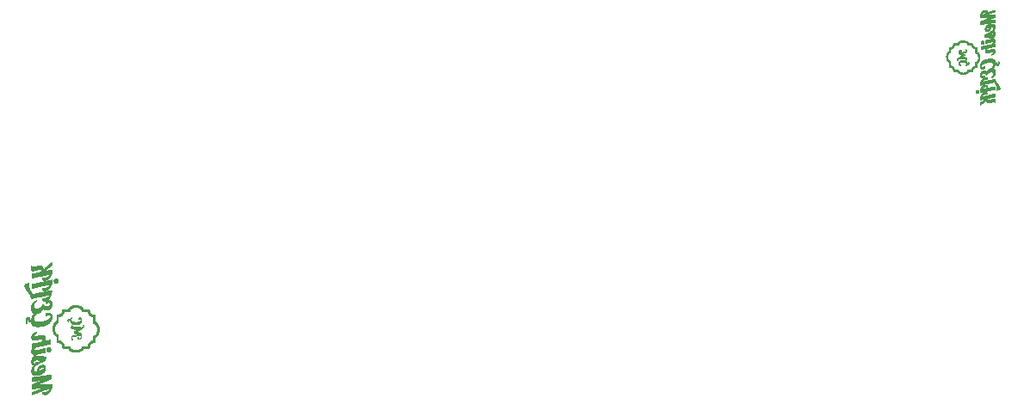
<source format=gbo>
G04*
G04 #@! TF.GenerationSoftware,Altium Limited,Altium Designer,21.7.1 (17)*
G04*
G04 Layer_Color=32896*
%FSLAX25Y25*%
%MOIN*%
G70*
G04*
G04 #@! TF.SameCoordinates,891A90FC-BE59-465C-B327-3CD4912ABD0C*
G04*
G04*
G04 #@! TF.FilePolarity,Positive*
G04*
G01*
G75*
%ADD199C,0.00057*%
%ADD200C,0.00079*%
D199*
X361197Y248066D02*
Y248465D01*
X361254Y247554D02*
Y248921D01*
X361311Y247326D02*
Y249149D01*
X361368Y247155D02*
Y249319D01*
X361425Y246984D02*
Y249433D01*
X361482Y246870D02*
Y249604D01*
X361539Y246757D02*
Y249661D01*
X361596Y246700D02*
Y249775D01*
X361653Y246586D02*
Y249832D01*
X361710Y248579D02*
Y249946D01*
Y246529D02*
Y247839D01*
X361767Y248921D02*
Y250003D01*
Y246472D02*
Y247554D01*
X361824Y249092D02*
Y250060D01*
Y246358D02*
Y247383D01*
X361881Y249262D02*
Y250117D01*
Y246358D02*
Y247155D01*
X361937Y249376D02*
Y250174D01*
Y246301D02*
Y247098D01*
X361995Y249490D02*
Y250174D01*
Y246244D02*
Y246984D01*
X362051Y249547D02*
Y250231D01*
Y246187D02*
Y246870D01*
X362108Y249604D02*
Y250288D01*
Y246187D02*
Y246814D01*
X362165Y249661D02*
Y250288D01*
Y246130D02*
Y246757D01*
X362222Y249718D02*
Y250344D01*
Y246130D02*
Y246700D01*
X362279Y249775D02*
Y251540D01*
Y244365D02*
Y246700D01*
X362336Y249832D02*
Y251654D01*
Y244251D02*
Y246643D01*
X362393Y249832D02*
Y251711D01*
Y244194D02*
Y246586D01*
X362450Y249832D02*
Y251711D01*
Y244194D02*
Y246586D01*
X362507Y249832D02*
Y251711D01*
Y244194D02*
Y246586D01*
X362564Y249889D02*
Y251711D01*
Y244194D02*
Y246586D01*
X362621Y249889D02*
Y251711D01*
Y244194D02*
Y246586D01*
X362678Y249946D02*
Y251711D01*
Y244194D02*
Y246529D01*
X362735Y250003D02*
Y251768D01*
Y244137D02*
Y246472D01*
X362792Y251256D02*
Y251768D01*
Y244137D02*
Y244650D01*
X362849Y251256D02*
Y251768D01*
Y244137D02*
Y244650D01*
X362906Y251256D02*
Y251768D01*
Y244137D02*
Y244650D01*
X362963Y251256D02*
Y251825D01*
Y244080D02*
Y244650D01*
X363020Y251313D02*
Y251825D01*
Y244080D02*
Y244592D01*
X363076Y251313D02*
Y251825D01*
Y244080D02*
Y244592D01*
X363134Y251313D02*
Y251882D01*
Y244023D02*
Y244592D01*
X363190Y251370D02*
Y251939D01*
Y244023D02*
Y244536D01*
X363247Y251370D02*
Y251939D01*
Y243966D02*
Y244536D01*
X363304Y251370D02*
Y251996D01*
Y243909D02*
Y244536D01*
X363361Y251426D02*
Y251996D01*
Y243852D02*
Y244479D01*
X363418Y251426D02*
Y252053D01*
Y243852D02*
Y244479D01*
X363475Y251483D02*
Y252110D01*
Y243795D02*
Y244422D01*
X363532Y251540D02*
Y252167D01*
Y243738D02*
Y244365D01*
X363589Y251540D02*
Y252281D01*
Y243624D02*
Y244365D01*
X363646Y251597D02*
Y252338D01*
Y243567D02*
Y244308D01*
X363703Y251654D02*
Y252395D01*
Y243454D02*
Y244251D01*
X363760Y251711D02*
Y252508D01*
Y243397D02*
Y244194D01*
X363817Y251768D02*
Y252736D01*
Y243226D02*
Y244137D01*
X363874Y251825D02*
Y253078D01*
Y242884D02*
Y244080D01*
X363931Y251882D02*
Y253249D01*
Y242656D02*
Y244023D01*
X363988Y251939D02*
Y253306D01*
Y242599D02*
Y243966D01*
X364045Y251996D02*
Y253306D01*
Y242599D02*
Y243909D01*
X364102Y252110D02*
Y253363D01*
Y242542D02*
Y243795D01*
X364159Y252224D02*
Y253363D01*
Y242542D02*
Y243681D01*
X364215Y252338D02*
Y253363D01*
Y242542D02*
Y243511D01*
X364272Y252451D02*
Y253363D01*
Y242542D02*
Y243454D01*
X364329Y252679D02*
Y253363D01*
Y242542D02*
Y243226D01*
X364386Y252850D02*
Y253363D01*
Y242542D02*
Y243055D01*
X364443Y252850D02*
Y253363D01*
Y242542D02*
Y243055D01*
X364500Y252850D02*
Y253363D01*
Y242542D02*
Y243055D01*
X364557Y252850D02*
Y253363D01*
Y242542D02*
Y243055D01*
X364614Y252850D02*
Y253363D01*
Y242542D02*
Y243055D01*
X364671Y252850D02*
Y253363D01*
Y242542D02*
Y243055D01*
X364728Y252850D02*
Y253363D01*
Y242542D02*
Y243055D01*
X364785Y252850D02*
Y253363D01*
Y242542D02*
Y243055D01*
X364842Y252850D02*
Y253363D01*
Y242542D02*
Y243055D01*
X364899Y252850D02*
Y253363D01*
Y242542D02*
Y243055D01*
X364956Y252850D02*
Y253363D01*
Y242542D02*
Y243055D01*
X365013Y252850D02*
Y253363D01*
Y242542D02*
Y243055D01*
X365070Y252850D02*
Y253363D01*
Y242542D02*
Y243055D01*
X365127Y252850D02*
Y253363D01*
Y242542D02*
Y243055D01*
X365184Y252850D02*
Y253363D01*
Y242542D02*
Y243055D01*
X365241Y252850D02*
Y253363D01*
Y242542D02*
Y243055D01*
X365298Y252850D02*
Y253363D01*
Y242542D02*
Y243055D01*
X365354Y252850D02*
Y253363D01*
Y246984D02*
Y247155D01*
Y242542D02*
Y243055D01*
X365411Y252850D02*
Y253363D01*
Y246870D02*
Y247326D01*
Y242542D02*
Y243055D01*
X365468Y252850D02*
Y253363D01*
Y246870D02*
Y247440D01*
Y242542D02*
Y243055D01*
X365525Y252850D02*
Y253363D01*
Y247269D02*
Y247497D01*
Y246870D02*
Y247098D01*
Y242542D02*
Y243055D01*
X365582Y252850D02*
Y253477D01*
Y247383D02*
Y247554D01*
Y246870D02*
Y247041D01*
Y242428D02*
Y243055D01*
X365639Y252850D02*
Y253590D01*
Y247440D02*
Y247611D01*
Y246927D02*
Y246984D01*
Y242315D02*
Y243055D01*
X365696Y252850D02*
Y253647D01*
Y247440D02*
Y247668D01*
Y242258D02*
Y243055D01*
X365753Y252850D02*
Y253704D01*
Y247497D02*
Y247725D01*
Y242201D02*
Y243055D01*
X365810Y252850D02*
Y253818D01*
Y247554D02*
Y247782D01*
Y242087D02*
Y243055D01*
X365867Y252850D02*
Y253818D01*
Y247554D02*
Y247782D01*
Y242030D02*
Y243055D01*
X365924Y252907D02*
Y253875D01*
Y247554D02*
Y247839D01*
Y242030D02*
Y242941D01*
X365981Y253021D02*
Y253932D01*
Y247554D02*
Y247896D01*
Y241973D02*
Y242827D01*
X366038Y253249D02*
Y253989D01*
Y247611D02*
Y247896D01*
Y241916D02*
Y242656D01*
X366095Y253363D02*
Y253989D01*
Y249604D02*
Y250288D01*
Y247611D02*
Y247953D01*
Y245276D02*
Y245959D01*
Y241859D02*
Y242542D01*
X366152Y253420D02*
Y254046D01*
Y249490D02*
Y250458D01*
Y247611D02*
Y247953D01*
Y245105D02*
Y246073D01*
Y241859D02*
Y242485D01*
X366209Y253477D02*
Y254103D01*
Y250288D02*
Y250515D01*
Y249376D02*
Y250060D01*
Y247611D02*
Y248009D01*
Y245674D02*
Y246187D01*
Y244991D02*
Y245390D01*
Y241802D02*
Y242428D01*
X366266Y253534D02*
Y254103D01*
Y250458D02*
Y250629D01*
Y249319D02*
Y250003D01*
Y247611D02*
Y248066D01*
Y245789D02*
Y246301D01*
Y244934D02*
Y245333D01*
Y241802D02*
Y242372D01*
X366323Y253590D02*
Y254160D01*
Y250515D02*
Y250686D01*
Y249319D02*
Y249946D01*
Y247554D02*
Y248066D01*
Y245845D02*
Y246358D01*
Y244934D02*
Y245333D01*
Y241745D02*
Y242372D01*
X366380Y253590D02*
Y254160D01*
Y250629D02*
Y250743D01*
Y249262D02*
Y249946D01*
Y247554D02*
Y248123D01*
Y245902D02*
Y246415D01*
Y244877D02*
Y245276D01*
Y241745D02*
Y242315D01*
X366437Y253647D02*
Y254217D01*
Y250686D02*
Y250800D01*
Y249262D02*
Y249889D01*
Y247554D02*
Y248123D01*
Y245902D02*
Y246472D01*
Y244877D02*
Y245276D01*
Y241688D02*
Y242258D01*
X366494Y253647D02*
Y254217D01*
Y250686D02*
Y250857D01*
Y249205D02*
Y249889D01*
Y247554D02*
Y248180D01*
Y245959D02*
Y246529D01*
Y244877D02*
Y245276D01*
Y241688D02*
Y242258D01*
X366550Y253704D02*
Y254217D01*
Y250743D02*
Y250857D01*
Y249205D02*
Y249889D01*
Y247554D02*
Y248237D01*
Y246016D02*
Y246529D01*
Y244877D02*
Y245276D01*
Y241631D02*
Y242201D01*
X366607Y253704D02*
Y254274D01*
Y250743D02*
Y250914D01*
Y249149D02*
Y249889D01*
Y247554D02*
Y248237D01*
Y246016D02*
Y246586D01*
Y244877D02*
Y245276D01*
Y241631D02*
Y242201D01*
X366664Y253761D02*
Y254274D01*
Y250743D02*
Y250914D01*
Y249149D02*
Y249889D01*
Y247554D02*
Y248294D01*
Y246016D02*
Y246643D01*
Y244877D02*
Y245276D01*
Y241631D02*
Y242144D01*
X366721Y253761D02*
Y254274D01*
Y250743D02*
Y250914D01*
Y249092D02*
Y249889D01*
Y247554D02*
Y248294D01*
Y246073D02*
Y246643D01*
Y244934D02*
Y245276D01*
Y241631D02*
Y242144D01*
X366778Y253818D02*
Y254331D01*
Y250743D02*
Y250914D01*
Y250344D02*
Y250401D01*
Y249092D02*
Y249946D01*
Y247554D02*
Y248351D01*
Y246073D02*
Y246700D01*
Y244991D02*
Y245219D01*
Y241574D02*
Y242144D01*
X366835Y253818D02*
Y254331D01*
Y250686D02*
Y250914D01*
Y250231D02*
Y250515D01*
Y249035D02*
Y249946D01*
Y247554D02*
Y248351D01*
Y246073D02*
Y246700D01*
Y241574D02*
Y242087D01*
X366892Y253818D02*
Y254331D01*
Y250231D02*
Y250914D01*
Y249718D02*
Y249946D01*
Y249035D02*
Y249661D01*
Y247554D02*
Y248408D01*
Y246130D02*
Y246700D01*
Y241574D02*
Y242087D01*
X366949Y253818D02*
Y254331D01*
Y250231D02*
Y250914D01*
Y249718D02*
Y249946D01*
Y248978D02*
Y249661D01*
Y248180D02*
Y248408D01*
Y247554D02*
Y248123D01*
Y246130D02*
Y246757D01*
Y241574D02*
Y242030D01*
X367006Y253875D02*
Y254388D01*
Y250231D02*
Y250914D01*
Y249718D02*
Y249946D01*
Y248978D02*
Y249604D01*
Y248237D02*
Y248465D01*
Y247497D02*
Y248123D01*
Y246130D02*
Y246757D01*
Y241517D02*
Y242030D01*
X367063Y253875D02*
Y254388D01*
Y250231D02*
Y250857D01*
Y249718D02*
Y249946D01*
Y248921D02*
Y249604D01*
Y248294D02*
Y248465D01*
Y247497D02*
Y248123D01*
Y246130D02*
Y246757D01*
Y241517D02*
Y242030D01*
X367120Y253875D02*
Y254388D01*
Y250288D02*
Y250800D01*
Y249718D02*
Y249946D01*
Y248921D02*
Y249547D01*
Y248294D02*
Y248522D01*
Y247497D02*
Y248123D01*
Y246130D02*
Y246757D01*
Y241517D02*
Y242030D01*
X367177Y253875D02*
Y254388D01*
Y250344D02*
Y250743D01*
Y249775D02*
Y249946D01*
Y248864D02*
Y249547D01*
Y248351D02*
Y248522D01*
Y247497D02*
Y248123D01*
Y246130D02*
Y246814D01*
Y241517D02*
Y242030D01*
X367234Y253875D02*
Y254388D01*
Y249775D02*
Y249946D01*
Y248864D02*
Y249490D01*
Y248351D02*
Y248579D01*
Y247497D02*
Y248123D01*
Y246187D02*
Y246814D01*
Y241517D02*
Y242030D01*
X367291Y253875D02*
Y254388D01*
Y249775D02*
Y249946D01*
Y248807D02*
Y249490D01*
Y248408D02*
Y248579D01*
Y247497D02*
Y248123D01*
Y246187D02*
Y246814D01*
Y241517D02*
Y242030D01*
X367348Y253932D02*
Y254388D01*
Y249775D02*
Y249946D01*
Y248807D02*
Y249433D01*
Y248408D02*
Y248636D01*
Y247497D02*
Y248123D01*
Y246187D02*
Y246814D01*
Y241517D02*
Y241973D01*
X367405Y253932D02*
Y254388D01*
Y249775D02*
Y249946D01*
Y248750D02*
Y249433D01*
Y248465D02*
Y248636D01*
Y247497D02*
Y248123D01*
Y246187D02*
Y246814D01*
Y241517D02*
Y241973D01*
X367462Y253932D02*
Y254388D01*
Y249775D02*
Y249946D01*
Y248750D02*
Y249376D01*
Y248465D02*
Y248693D01*
Y247497D02*
Y248066D01*
Y246187D02*
Y246814D01*
Y241517D02*
Y241973D01*
X367519Y253932D02*
Y254445D01*
Y249775D02*
Y249946D01*
Y248522D02*
Y249376D01*
Y247497D02*
Y248066D01*
Y246187D02*
Y246814D01*
Y241460D02*
Y241973D01*
X367576Y253932D02*
Y254445D01*
Y249775D02*
Y249946D01*
Y248522D02*
Y249319D01*
Y247440D02*
Y248066D01*
Y246187D02*
Y246814D01*
Y241460D02*
Y241973D01*
X367633Y253932D02*
Y254445D01*
Y249775D02*
Y249946D01*
Y248579D02*
Y249319D01*
Y247440D02*
Y248066D01*
Y246187D02*
Y246814D01*
Y241460D02*
Y241973D01*
X367689Y253932D02*
Y254445D01*
Y249775D02*
Y250003D01*
Y248579D02*
Y249262D01*
Y247440D02*
Y248066D01*
Y246187D02*
Y246814D01*
Y241460D02*
Y241973D01*
X367746Y253932D02*
Y254445D01*
Y249775D02*
Y250003D01*
Y248579D02*
Y249262D01*
Y247440D02*
Y248066D01*
Y246187D02*
Y246814D01*
Y241460D02*
Y241973D01*
X367803Y253932D02*
Y254445D01*
Y249775D02*
Y250003D01*
Y248636D02*
Y249205D01*
Y247440D02*
Y248066D01*
Y246187D02*
Y246814D01*
Y241517D02*
Y241973D01*
X367860Y253932D02*
Y254388D01*
Y249775D02*
Y250003D01*
Y248636D02*
Y249205D01*
Y247440D02*
Y248066D01*
Y246187D02*
Y246814D01*
Y241517D02*
Y241973D01*
X367917Y253932D02*
Y254388D01*
Y249775D02*
Y250003D01*
Y248693D02*
Y249149D01*
Y247440D02*
Y248066D01*
Y246187D02*
Y246814D01*
Y241517D02*
Y241973D01*
X367974Y253875D02*
Y254388D01*
Y249775D02*
Y250003D01*
Y248693D02*
Y249092D01*
Y247440D02*
Y248066D01*
Y246187D02*
Y246814D01*
Y241517D02*
Y242030D01*
X368031Y253875D02*
Y254388D01*
Y249775D02*
Y250003D01*
Y248750D02*
Y249092D01*
Y247440D02*
Y248009D01*
Y246130D02*
Y246814D01*
Y241517D02*
Y242030D01*
X368088Y253875D02*
Y254388D01*
Y249832D02*
Y250003D01*
Y248750D02*
Y249092D01*
Y247440D02*
Y248009D01*
Y246130D02*
Y246757D01*
Y241517D02*
Y242030D01*
X368145Y253875D02*
Y254388D01*
Y249832D02*
Y250003D01*
Y248807D02*
Y249035D01*
Y247383D02*
Y248009D01*
Y246130D02*
Y246757D01*
Y241517D02*
Y242030D01*
X368202Y253875D02*
Y254388D01*
Y249832D02*
Y250060D01*
Y248807D02*
Y249035D01*
Y247383D02*
Y248009D01*
Y246130D02*
Y246757D01*
Y241517D02*
Y242030D01*
X368259Y253875D02*
Y254388D01*
Y249832D02*
Y250060D01*
Y247383D02*
Y248009D01*
Y246130D02*
Y246757D01*
Y241517D02*
Y242030D01*
X368316Y253818D02*
Y254331D01*
Y249832D02*
Y250060D01*
Y247383D02*
Y248009D01*
Y246130D02*
Y246757D01*
Y241517D02*
Y242087D01*
X368373Y253818D02*
Y254331D01*
Y249889D02*
Y250060D01*
Y247383D02*
Y248009D01*
Y246073D02*
Y246700D01*
Y241574D02*
Y242087D01*
X368430Y253818D02*
Y254331D01*
Y249889D02*
Y250060D01*
Y247383D02*
Y248009D01*
Y246073D02*
Y246643D01*
Y241574D02*
Y242087D01*
X368487Y253818D02*
Y254331D01*
Y249889D02*
Y250117D01*
Y247383D02*
Y247953D01*
Y246073D02*
Y246643D01*
Y241574D02*
Y242144D01*
X368544Y253761D02*
Y254274D01*
Y249889D02*
Y250117D01*
Y247383D02*
Y247953D01*
Y246016D02*
Y246643D01*
Y241574D02*
Y242144D01*
X368601Y253761D02*
Y254274D01*
Y250914D02*
Y251085D01*
Y249946D02*
Y250174D01*
Y247383D02*
Y247953D01*
Y246016D02*
Y246586D01*
Y241631D02*
Y242144D01*
X368658Y253704D02*
Y254274D01*
Y250914D02*
Y251085D01*
Y250003D02*
Y250174D01*
Y247326D02*
Y247953D01*
Y245959D02*
Y246586D01*
Y241631D02*
Y242201D01*
X368714Y253704D02*
Y254274D01*
Y250857D02*
Y251142D01*
Y250060D02*
Y250231D01*
Y247326D02*
Y247953D01*
Y245902D02*
Y246529D01*
Y244820D02*
Y244877D01*
Y241631D02*
Y242201D01*
X368772Y253704D02*
Y254217D01*
Y250800D02*
Y251085D01*
Y250117D02*
Y250288D01*
Y247269D02*
Y247896D01*
Y247041D02*
Y247155D01*
Y245845D02*
Y246472D01*
Y244820D02*
Y244934D01*
Y241688D02*
Y242258D01*
X368828Y253647D02*
Y254217D01*
Y250686D02*
Y251085D01*
Y250174D02*
Y250515D01*
Y247098D02*
Y247896D01*
Y245789D02*
Y246415D01*
Y244877D02*
Y245048D01*
Y241688D02*
Y242258D01*
X368885Y253590D02*
Y254160D01*
Y250288D02*
Y250971D01*
Y247212D02*
Y247839D01*
Y245731D02*
Y246358D01*
Y244934D02*
Y245162D01*
Y241745D02*
Y242315D01*
X368942Y253590D02*
Y254160D01*
Y247440D02*
Y247668D01*
Y245561D02*
Y246301D01*
Y244991D02*
Y245276D01*
Y241745D02*
Y242315D01*
X368999Y253534D02*
Y254103D01*
Y245105D02*
Y246244D01*
Y241745D02*
Y242372D01*
X369056Y253477D02*
Y254103D01*
Y245219D02*
Y246073D01*
Y241802D02*
Y242428D01*
X369113Y253420D02*
Y254046D01*
Y245390D02*
Y245902D01*
Y241859D02*
Y242485D01*
X369170Y253363D02*
Y254046D01*
Y245731D02*
Y245845D01*
Y241859D02*
Y242542D01*
X369227Y253249D02*
Y253989D01*
Y245731D02*
Y245845D01*
Y241916D02*
Y242656D01*
X369284Y253021D02*
Y253932D01*
Y245618D02*
Y245845D01*
Y241973D02*
Y242884D01*
X369341Y252907D02*
Y253875D01*
Y245447D02*
Y245731D01*
Y242030D02*
Y242998D01*
X369398Y252850D02*
Y253875D01*
Y245333D02*
Y245618D01*
Y242030D02*
Y243055D01*
X369455Y252850D02*
Y253818D01*
Y245276D02*
Y245561D01*
Y242087D02*
Y243055D01*
X369512Y252850D02*
Y253761D01*
Y245276D02*
Y245561D01*
Y242201D02*
Y243055D01*
X369569Y252850D02*
Y253647D01*
Y245276D02*
Y245561D01*
Y242258D02*
Y243055D01*
X369626Y252850D02*
Y253590D01*
Y245276D02*
Y245561D01*
Y242315D02*
Y243055D01*
X369683Y252850D02*
Y253477D01*
Y245276D02*
Y245561D01*
Y242428D02*
Y243055D01*
X369740Y252850D02*
Y253363D01*
Y245276D02*
Y245618D01*
Y242542D02*
Y243055D01*
X369797Y252850D02*
Y253363D01*
Y246073D02*
Y246130D01*
Y245333D02*
Y245674D01*
Y242542D02*
Y243055D01*
X369853Y252850D02*
Y253363D01*
Y245447D02*
Y246073D01*
Y242542D02*
Y243055D01*
X369911Y252850D02*
Y253363D01*
Y245618D02*
Y245845D01*
Y242542D02*
Y243055D01*
X369967Y252850D02*
Y253363D01*
Y242542D02*
Y243055D01*
X370024Y252850D02*
Y253363D01*
Y242542D02*
Y243055D01*
X370081Y252850D02*
Y253363D01*
Y242542D02*
Y243055D01*
X370138Y252850D02*
Y253363D01*
Y242542D02*
Y243055D01*
X370195Y252850D02*
Y253363D01*
Y242542D02*
Y243055D01*
X370252Y252850D02*
Y253363D01*
Y242542D02*
Y243055D01*
X370309Y252850D02*
Y253363D01*
Y242542D02*
Y243055D01*
X370366Y252850D02*
Y253363D01*
Y242542D02*
Y243055D01*
X370423Y252850D02*
Y253363D01*
Y242542D02*
Y243055D01*
X370480Y252850D02*
Y253363D01*
Y242542D02*
Y243055D01*
X370537Y252850D02*
Y253363D01*
Y242542D02*
Y243055D01*
X370594Y252850D02*
Y253363D01*
Y242542D02*
Y243055D01*
X370651Y252850D02*
Y253363D01*
Y242542D02*
Y243055D01*
X370708Y252850D02*
Y253363D01*
Y242542D02*
Y243055D01*
X370765Y252850D02*
Y253363D01*
Y242542D02*
Y243055D01*
X370822Y252850D02*
Y253363D01*
Y242542D02*
Y243055D01*
X370879Y252850D02*
Y253363D01*
Y242542D02*
Y243055D01*
X370936Y252679D02*
Y253363D01*
Y242542D02*
Y243226D01*
X370992Y252508D02*
Y253363D01*
Y242542D02*
Y243454D01*
X371049Y252338D02*
Y253363D01*
Y242542D02*
Y243567D01*
X371106Y252224D02*
Y253363D01*
Y242542D02*
Y243681D01*
X371163Y252110D02*
Y253363D01*
Y242542D02*
Y243795D01*
X371220Y251996D02*
Y253306D01*
Y242599D02*
Y243909D01*
X371277Y251939D02*
Y253306D01*
Y242599D02*
Y243966D01*
X371334Y251882D02*
Y253249D01*
Y242656D02*
Y244023D01*
X371391Y251825D02*
Y253021D01*
Y242884D02*
Y244080D01*
X371448Y251768D02*
Y252736D01*
Y243226D02*
Y244137D01*
X371505Y251711D02*
Y252565D01*
Y243340D02*
Y244194D01*
X371562Y251654D02*
Y252451D01*
Y243454D02*
Y244251D01*
X371619Y251597D02*
Y252338D01*
Y243567D02*
Y244308D01*
X371676Y251540D02*
Y252281D01*
Y243624D02*
Y244365D01*
X371733Y251540D02*
Y252224D01*
Y243738D02*
Y244365D01*
X371790Y251483D02*
Y252110D01*
Y243795D02*
Y244422D01*
X371847Y251483D02*
Y252110D01*
Y243852D02*
Y244422D01*
X371904Y251426D02*
Y252053D01*
Y243852D02*
Y244479D01*
X371961Y251370D02*
Y251996D01*
Y243909D02*
Y244536D01*
X372018Y251370D02*
Y251939D01*
Y243966D02*
Y244536D01*
X372075Y251370D02*
Y251939D01*
Y243966D02*
Y244536D01*
X372131Y251313D02*
Y251882D01*
Y244023D02*
Y244592D01*
X372188Y251313D02*
Y251882D01*
Y244080D02*
Y244592D01*
X372245Y251313D02*
Y251825D01*
Y244080D02*
Y244592D01*
X372302Y251256D02*
Y251825D01*
Y244080D02*
Y244650D01*
X372359Y251256D02*
Y251768D01*
Y244137D02*
Y244650D01*
X372416Y251256D02*
Y251768D01*
Y244137D02*
Y244650D01*
X372473Y251256D02*
Y251768D01*
Y244137D02*
Y244650D01*
X372530Y249718D02*
Y251768D01*
Y244137D02*
Y246187D01*
X372587Y249661D02*
Y251711D01*
Y244137D02*
Y246244D01*
Y234626D02*
Y234740D01*
X372644Y249604D02*
Y251711D01*
Y244194D02*
Y246301D01*
Y234399D02*
Y234968D01*
X372701Y249604D02*
Y251711D01*
Y244194D02*
Y246301D01*
Y234342D02*
Y235025D01*
X372758Y249604D02*
Y251711D01*
Y244194D02*
Y246301D01*
Y234285D02*
Y235082D01*
X372815Y249604D02*
Y251711D01*
Y244194D02*
Y246301D01*
Y234228D02*
Y235139D01*
X372872Y249547D02*
Y251711D01*
Y244194D02*
Y246358D01*
Y234171D02*
Y235196D01*
X372929Y249547D02*
Y251654D01*
Y244251D02*
Y246358D01*
Y234171D02*
Y235196D01*
X372986Y249490D02*
Y251540D01*
Y244365D02*
Y246415D01*
Y234114D02*
Y235253D01*
X373043Y249490D02*
Y250003D01*
Y245845D02*
Y246415D01*
Y234114D02*
Y235253D01*
X373100Y249433D02*
Y250003D01*
Y245902D02*
Y246472D01*
Y234114D02*
Y235253D01*
X373157Y249376D02*
Y250003D01*
Y245902D02*
Y246529D01*
Y234114D02*
Y235253D01*
X373214Y249262D02*
Y249946D01*
Y245959D02*
Y246643D01*
Y234114D02*
Y235253D01*
X373271Y249205D02*
Y249946D01*
Y245959D02*
Y246700D01*
Y234114D02*
Y235253D01*
X373327Y249092D02*
Y249889D01*
Y246016D02*
Y246814D01*
Y234114D02*
Y235253D01*
X373384Y248978D02*
Y249832D01*
Y246073D02*
Y246927D01*
Y234114D02*
Y235253D01*
X373441Y248807D02*
Y249832D01*
Y246130D02*
Y247098D01*
Y234171D02*
Y235196D01*
X373498Y248636D02*
Y249718D01*
Y246187D02*
Y247269D01*
Y234228D02*
Y235139D01*
X373555Y248294D02*
Y249661D01*
Y246244D02*
Y247611D01*
Y234228D02*
Y235139D01*
X373612Y246301D02*
Y249604D01*
Y234285D02*
Y235082D01*
X373669Y246415D02*
Y249490D01*
Y234399D02*
Y234968D01*
X373726Y246472D02*
Y249376D01*
Y234569D02*
Y234797D01*
X373783Y246586D02*
Y249319D01*
X373840Y246757D02*
Y249205D01*
X373897Y246870D02*
Y249035D01*
X373954Y247041D02*
Y248864D01*
X374011Y247269D02*
Y248636D01*
X374068Y247782D02*
Y248180D01*
X374353Y263671D02*
Y264240D01*
Y244422D02*
Y245048D01*
Y240777D02*
Y241460D01*
Y234399D02*
Y235025D01*
Y231551D02*
Y232177D01*
X374410Y263443D02*
Y264525D01*
Y244194D02*
Y245333D01*
Y240606D02*
Y241631D01*
Y237417D02*
Y237702D01*
Y234399D02*
Y235367D01*
Y231551D02*
Y232519D01*
Y229558D02*
Y230298D01*
X374466Y263386D02*
Y264639D01*
Y260766D02*
Y261848D01*
Y244023D02*
Y245504D01*
Y240492D02*
Y241802D01*
Y237303D02*
Y238157D01*
Y234455D02*
Y235538D01*
Y231608D02*
Y232690D01*
Y229615D02*
Y230355D01*
X374523Y263386D02*
Y264810D01*
Y260766D02*
Y261848D01*
Y243909D02*
Y245618D01*
Y240378D02*
Y241916D01*
Y237303D02*
Y238385D01*
Y234455D02*
Y235708D01*
Y231608D02*
Y232861D01*
Y229672D02*
Y230412D01*
X374580Y263386D02*
Y264924D01*
Y260766D02*
Y261905D01*
Y243852D02*
Y245731D01*
Y240321D02*
Y241973D01*
Y237303D02*
Y238556D01*
Y234455D02*
Y235879D01*
Y231608D02*
Y233032D01*
Y229729D02*
Y230469D01*
X374637Y263386D02*
Y265037D01*
Y260823D02*
Y261905D01*
Y253590D02*
Y253989D01*
Y243738D02*
Y245845D01*
Y240264D02*
Y242087D01*
Y237303D02*
Y238670D01*
Y234455D02*
Y235993D01*
Y231608D02*
Y233146D01*
Y229786D02*
Y230526D01*
X374694Y263386D02*
Y265151D01*
Y260823D02*
Y261962D01*
Y253477D02*
Y254103D01*
Y244763D02*
Y245902D01*
Y243681D02*
Y244308D01*
Y240207D02*
Y242144D01*
Y237360D02*
Y238841D01*
Y234455D02*
Y236107D01*
Y231608D02*
Y233260D01*
Y229843D02*
Y230526D01*
X374751Y263386D02*
Y265265D01*
Y260823D02*
Y261962D01*
Y253420D02*
Y254160D01*
Y251142D02*
Y251426D01*
Y244877D02*
Y246016D01*
Y243681D02*
Y244251D01*
Y241176D02*
Y242201D01*
Y240150D02*
Y240834D01*
Y237360D02*
Y238954D01*
Y234512D02*
Y236221D01*
Y231665D02*
Y233373D01*
Y229900D02*
Y230583D01*
X374808Y264525D02*
Y265322D01*
Y263386D02*
Y264411D01*
Y260823D02*
Y261962D01*
Y253363D02*
Y254217D01*
Y251142D02*
Y251825D01*
Y244991D02*
Y246073D01*
Y243624D02*
Y244194D01*
Y241346D02*
Y242258D01*
Y240150D02*
Y240720D01*
Y237360D02*
Y239068D01*
Y234512D02*
Y236278D01*
Y231665D02*
Y233430D01*
Y229957D02*
Y230640D01*
X374865Y264639D02*
Y265379D01*
Y263386D02*
Y264411D01*
Y260823D02*
Y262019D01*
Y253306D02*
Y254274D01*
Y251142D02*
Y252224D01*
Y245048D02*
Y246130D01*
Y243567D02*
Y244137D01*
Y241403D02*
Y242315D01*
Y240093D02*
Y240663D01*
Y237360D02*
Y239125D01*
Y235651D02*
Y236392D01*
Y234512D02*
Y235595D01*
Y232804D02*
Y233544D01*
Y231665D02*
Y232747D01*
Y229957D02*
Y230697D01*
X374922Y264753D02*
Y265493D01*
Y263386D02*
Y264468D01*
Y260823D02*
Y262019D01*
Y253249D02*
Y254274D01*
Y251142D02*
Y252224D01*
Y245105D02*
Y246187D01*
Y243567D02*
Y244137D01*
Y241460D02*
Y242372D01*
Y240093D02*
Y240663D01*
Y237417D02*
Y239239D01*
Y235765D02*
Y236449D01*
Y234512D02*
Y235595D01*
Y232918D02*
Y233601D01*
Y231665D02*
Y232747D01*
Y230013D02*
Y230697D01*
X374979Y264866D02*
Y265550D01*
Y263386D02*
Y264468D01*
Y260823D02*
Y262076D01*
Y253249D02*
Y254331D01*
Y251142D02*
Y252224D01*
Y245162D02*
Y246244D01*
Y243567D02*
Y244080D01*
Y241517D02*
Y242428D01*
Y240093D02*
Y240606D01*
Y238613D02*
Y239296D01*
Y237417D02*
Y238442D01*
Y235879D02*
Y236563D01*
Y234512D02*
Y235595D01*
Y233032D02*
Y233715D01*
Y231665D02*
Y232747D01*
Y230070D02*
Y230754D01*
X375036Y264980D02*
Y265607D01*
Y263386D02*
Y264468D01*
Y260823D02*
Y262076D01*
Y253249D02*
Y254331D01*
Y251199D02*
Y252224D01*
Y245219D02*
Y246301D01*
Y243511D02*
Y244080D01*
Y241574D02*
Y242428D01*
Y240037D02*
Y240606D01*
Y238727D02*
Y239410D01*
Y237417D02*
Y238442D01*
Y235936D02*
Y236620D01*
Y234569D02*
Y235595D01*
Y233146D02*
Y233772D01*
Y231722D02*
Y232747D01*
Y230127D02*
Y230811D01*
X375093Y265037D02*
Y265664D01*
Y263386D02*
Y264525D01*
Y260880D02*
Y262076D01*
Y253192D02*
Y254331D01*
Y251199D02*
Y252224D01*
Y245276D02*
Y246358D01*
Y243511D02*
Y244080D01*
Y241631D02*
Y242485D01*
Y240037D02*
Y240606D01*
Y238784D02*
Y239467D01*
Y237417D02*
Y238499D01*
Y236050D02*
Y236677D01*
Y234569D02*
Y235595D01*
Y233203D02*
Y233829D01*
Y231722D02*
Y232747D01*
Y230184D02*
Y230868D01*
X375150Y265094D02*
Y265721D01*
Y263386D02*
Y264525D01*
Y260880D02*
Y262133D01*
Y253192D02*
Y254388D01*
Y251199D02*
Y252281D01*
Y245276D02*
Y246415D01*
Y243511D02*
Y244080D01*
Y241631D02*
Y242542D01*
Y240037D02*
Y240606D01*
Y238898D02*
Y239524D01*
Y237417D02*
Y238499D01*
Y236107D02*
Y236734D01*
Y234569D02*
Y235651D01*
Y233260D02*
Y233886D01*
Y231722D02*
Y232804D01*
Y230241D02*
Y230868D01*
X375207Y265151D02*
Y265778D01*
Y263386D02*
Y264582D01*
Y260880D02*
Y262133D01*
Y253192D02*
Y254388D01*
Y251199D02*
Y252281D01*
Y245333D02*
Y246472D01*
Y243511D02*
Y244080D01*
Y241688D02*
Y242542D01*
Y240037D02*
Y240606D01*
Y238954D02*
Y239581D01*
Y237474D02*
Y238499D01*
Y236164D02*
Y236790D01*
Y234569D02*
Y235651D01*
Y233316D02*
Y233943D01*
Y231722D02*
Y232804D01*
Y230298D02*
Y230925D01*
X375264Y265208D02*
Y265835D01*
Y263386D02*
Y264582D01*
Y260880D02*
Y262190D01*
Y253192D02*
Y254388D01*
Y251256D02*
Y252281D01*
Y245390D02*
Y246472D01*
Y243511D02*
Y244080D01*
Y241688D02*
Y242599D01*
Y240037D02*
Y240606D01*
Y239012D02*
Y239638D01*
Y237474D02*
Y238499D01*
Y236221D02*
Y236847D01*
Y234626D02*
Y235651D01*
Y233373D02*
Y234000D01*
Y231779D02*
Y232804D01*
Y230298D02*
Y230982D01*
X375321Y265265D02*
Y265892D01*
Y263386D02*
Y264582D01*
Y260880D02*
Y262190D01*
Y253192D02*
Y254331D01*
Y251256D02*
Y252281D01*
Y245390D02*
Y246529D01*
Y243511D02*
Y244080D01*
Y241745D02*
Y242599D01*
Y240037D02*
Y240606D01*
Y239068D02*
Y239695D01*
Y237474D02*
Y238556D01*
Y236278D02*
Y236904D01*
Y234626D02*
Y235651D01*
Y233430D02*
Y234057D01*
Y231779D02*
Y232804D01*
Y230355D02*
Y231038D01*
X375378Y265322D02*
Y265949D01*
Y263386D02*
Y264639D01*
Y260880D02*
Y262247D01*
Y253249D02*
Y254331D01*
Y251256D02*
Y252281D01*
Y245447D02*
Y246586D01*
Y243511D02*
Y244137D01*
Y241745D02*
Y242656D01*
Y240037D02*
Y240606D01*
Y239125D02*
Y239752D01*
Y237474D02*
Y238556D01*
Y236335D02*
Y236961D01*
Y234626D02*
Y235651D01*
Y233487D02*
Y234114D01*
Y231779D02*
Y232804D01*
Y230412D02*
Y231038D01*
X375435Y265322D02*
Y266005D01*
Y263386D02*
Y264639D01*
Y260880D02*
Y262247D01*
Y253249D02*
Y254331D01*
Y251256D02*
Y252338D01*
Y245504D02*
Y246586D01*
Y243511D02*
Y244137D01*
Y241745D02*
Y242656D01*
Y240037D02*
Y240606D01*
Y239182D02*
Y239809D01*
Y237474D02*
Y238556D01*
Y236335D02*
Y237018D01*
Y234626D02*
Y235708D01*
Y233487D02*
Y234171D01*
Y231779D02*
Y232861D01*
Y230469D02*
Y231096D01*
X375491Y265379D02*
Y266005D01*
Y263386D02*
Y264639D01*
Y260937D02*
Y262247D01*
Y253249D02*
Y254274D01*
Y251256D02*
Y252338D01*
Y245504D02*
Y246643D01*
Y243511D02*
Y244137D01*
Y241802D02*
Y242656D01*
Y240037D02*
Y240663D01*
Y239239D02*
Y239866D01*
Y237531D02*
Y238556D01*
Y236392D02*
Y237075D01*
Y234626D02*
Y235708D01*
Y233544D02*
Y234228D01*
Y231779D02*
Y232861D01*
Y230526D02*
Y231152D01*
X375549Y265436D02*
Y266062D01*
Y263386D02*
Y264696D01*
Y260937D02*
Y262304D01*
Y253306D02*
Y254274D01*
Y251313D02*
Y252338D01*
Y245561D02*
Y246700D01*
Y243511D02*
Y244194D01*
Y241802D02*
Y242713D01*
Y240093D02*
Y240663D01*
Y239239D02*
Y239923D01*
Y237531D02*
Y238556D01*
Y236449D02*
Y237075D01*
Y234683D02*
Y235708D01*
Y233601D02*
Y234228D01*
Y231836D02*
Y232861D01*
Y230583D02*
Y231152D01*
X375605Y265436D02*
Y266119D01*
Y263386D02*
Y264696D01*
Y260937D02*
Y262304D01*
Y253363D02*
Y254217D01*
Y251313D02*
Y252338D01*
Y245561D02*
Y246700D01*
Y243511D02*
Y244194D01*
Y241802D02*
Y242713D01*
Y240093D02*
Y240720D01*
Y239296D02*
Y239980D01*
Y237531D02*
Y238613D01*
Y236449D02*
Y237132D01*
Y234683D02*
Y235708D01*
Y233601D02*
Y234285D01*
Y231836D02*
Y232861D01*
Y230640D02*
Y231209D01*
X375662Y265493D02*
Y266119D01*
Y263386D02*
Y264696D01*
Y260937D02*
Y262361D01*
Y253420D02*
Y254160D01*
Y251313D02*
Y252395D01*
Y245618D02*
Y246757D01*
Y243567D02*
Y244251D01*
Y241802D02*
Y242713D01*
Y240093D02*
Y240720D01*
Y239353D02*
Y239980D01*
Y237531D02*
Y238613D01*
Y236506D02*
Y237189D01*
Y234683D02*
Y235708D01*
Y233658D02*
Y234342D01*
Y231836D02*
Y232861D01*
Y230697D02*
Y231266D01*
X375719Y265493D02*
Y266176D01*
Y263443D02*
Y264753D01*
Y260937D02*
Y262361D01*
Y253534D02*
Y254046D01*
Y251313D02*
Y252395D01*
Y245618D02*
Y246757D01*
Y243567D02*
Y244308D01*
Y241802D02*
Y242713D01*
Y240150D02*
Y240777D01*
Y239353D02*
Y240037D01*
Y237588D02*
Y238613D01*
Y236506D02*
Y237189D01*
Y234683D02*
Y235765D01*
Y233658D02*
Y234342D01*
Y231836D02*
Y232918D01*
Y230697D02*
Y231323D01*
X375776Y265493D02*
Y266176D01*
Y263443D02*
Y264753D01*
Y260937D02*
Y262418D01*
Y251370D02*
Y252395D01*
Y245618D02*
Y246814D01*
Y243567D02*
Y244365D01*
Y241802D02*
Y242713D01*
Y240207D02*
Y240834D01*
Y239410D02*
Y240093D01*
Y237588D02*
Y238613D01*
Y236563D02*
Y237246D01*
Y234683D02*
Y235765D01*
Y233658D02*
Y234399D01*
Y231836D02*
Y232918D01*
Y230754D02*
Y231323D01*
X375833Y265550D02*
Y266233D01*
Y263443D02*
Y264810D01*
Y260994D02*
Y262418D01*
Y251370D02*
Y252395D01*
Y245674D02*
Y246814D01*
Y243624D02*
Y244422D01*
Y241802D02*
Y242770D01*
Y240207D02*
Y240891D01*
Y239410D02*
Y240093D01*
Y237588D02*
Y238613D01*
Y236563D02*
Y237246D01*
Y234740D02*
Y235765D01*
Y233715D02*
Y234399D01*
Y231893D02*
Y232918D01*
Y230811D02*
Y231380D01*
X375890Y265550D02*
Y266233D01*
Y263443D02*
Y264810D01*
Y260994D02*
Y262418D01*
Y251370D02*
Y252395D01*
Y245674D02*
Y246870D01*
Y243681D02*
Y244365D01*
Y241802D02*
Y242770D01*
Y240264D02*
Y240834D01*
Y239410D02*
Y240093D01*
Y237588D02*
Y238670D01*
Y236563D02*
Y237246D01*
Y234740D02*
Y235765D01*
Y233715D02*
Y234399D01*
Y231893D02*
Y232918D01*
Y230868D02*
Y231437D01*
X375947Y265550D02*
Y266233D01*
Y263443D02*
Y264810D01*
Y260994D02*
Y262475D01*
Y251370D02*
Y252451D01*
Y245731D02*
Y246870D01*
Y243738D02*
Y244251D01*
Y241802D02*
Y242770D01*
Y240378D02*
Y240777D01*
Y239467D02*
Y240150D01*
Y237588D02*
Y238670D01*
Y236620D02*
Y237303D01*
Y234740D02*
Y235822D01*
Y233772D02*
Y234455D01*
Y231893D02*
Y232975D01*
Y230925D02*
Y231494D01*
X376004Y265607D02*
Y266290D01*
Y263443D02*
Y264866D01*
Y260994D02*
Y262475D01*
Y255755D02*
Y255812D01*
Y251370D02*
Y252451D01*
Y245731D02*
Y246927D01*
Y241802D02*
Y242770D01*
Y240549D02*
Y240606D01*
Y239467D02*
Y240150D01*
Y237645D02*
Y238670D01*
Y236620D02*
Y237303D01*
Y234740D02*
Y235822D01*
Y233772D02*
Y234455D01*
Y231893D02*
Y232975D01*
Y230982D02*
Y231494D01*
X376061Y265607D02*
Y266290D01*
Y263443D02*
Y264866D01*
Y260994D02*
Y262532D01*
Y255755D02*
Y256267D01*
Y251426D02*
Y252451D01*
Y245731D02*
Y246927D01*
Y241802D02*
Y242770D01*
Y239467D02*
Y240150D01*
Y237645D02*
Y238670D01*
Y236620D02*
Y237303D01*
Y234797D02*
Y235822D01*
Y233772D02*
Y234455D01*
Y231893D02*
Y232975D01*
Y231038D02*
Y231551D01*
X376118Y265607D02*
Y266290D01*
Y263443D02*
Y264866D01*
Y260994D02*
Y262532D01*
Y255755D02*
Y256666D01*
Y251426D02*
Y252451D01*
Y245789D02*
Y246984D01*
Y241802D02*
Y242713D01*
Y239467D02*
Y240207D01*
Y237645D02*
Y238727D01*
Y236620D02*
Y237303D01*
Y234797D02*
Y235822D01*
Y233772D02*
Y234455D01*
Y231950D02*
Y232975D01*
Y231038D02*
Y231608D01*
X376175Y265607D02*
Y266290D01*
Y263443D02*
Y264924D01*
Y260994D02*
Y262532D01*
Y258716D02*
Y259172D01*
Y255755D02*
Y256837D01*
Y251426D02*
Y252451D01*
Y245789D02*
Y246984D01*
Y241745D02*
Y242713D01*
Y239524D02*
Y240207D01*
Y237645D02*
Y238727D01*
Y236620D02*
Y237303D01*
Y234797D02*
Y235822D01*
Y233772D02*
Y234455D01*
Y231950D02*
Y232975D01*
Y231096D02*
Y231665D01*
X376232Y265607D02*
Y266290D01*
Y263443D02*
Y264924D01*
Y260994D02*
Y262589D01*
Y258488D02*
Y259456D01*
Y255755D02*
Y256894D01*
Y253477D02*
Y254502D01*
Y251426D02*
Y252508D01*
Y250344D02*
Y250914D01*
Y245845D02*
Y246984D01*
Y241745D02*
Y242713D01*
Y239524D02*
Y240207D01*
Y237645D02*
Y238727D01*
Y236677D02*
Y237303D01*
Y234797D02*
Y235879D01*
Y233772D02*
Y234455D01*
Y231950D02*
Y233032D01*
Y231152D02*
Y231665D01*
X376289Y265607D02*
Y266290D01*
Y263443D02*
Y264980D01*
Y261051D02*
Y262589D01*
Y258374D02*
Y259627D01*
Y255755D02*
Y256894D01*
Y253477D02*
Y254559D01*
Y251426D02*
Y252508D01*
Y250174D02*
Y251085D01*
Y245845D02*
Y247041D01*
Y241745D02*
Y242713D01*
Y239524D02*
Y240207D01*
Y237702D02*
Y238727D01*
Y236677D02*
Y237303D01*
Y234797D02*
Y235879D01*
Y233829D02*
Y234455D01*
Y231950D02*
Y233032D01*
Y231209D02*
Y231722D01*
X376346Y265607D02*
Y266290D01*
Y263443D02*
Y264980D01*
Y261051D02*
Y262646D01*
Y258317D02*
Y259684D01*
Y255755D02*
Y256894D01*
Y253477D02*
Y254559D01*
Y251483D02*
Y252508D01*
Y250060D02*
Y251199D01*
Y245845D02*
Y247041D01*
Y241688D02*
Y242656D01*
Y239524D02*
Y240207D01*
Y237702D02*
Y238727D01*
Y236677D02*
Y237303D01*
Y234854D02*
Y235879D01*
Y233829D02*
Y234455D01*
Y232007D02*
Y233032D01*
Y231266D02*
Y231779D01*
X376403Y265664D02*
Y266290D01*
Y263443D02*
Y264980D01*
Y261051D02*
Y262646D01*
Y258260D02*
Y259798D01*
Y255755D02*
Y256950D01*
Y253477D02*
Y254559D01*
Y251483D02*
Y252508D01*
Y250003D02*
Y251256D01*
Y245845D02*
Y247041D01*
Y241688D02*
Y242656D01*
Y239524D02*
Y240207D01*
Y237702D02*
Y238784D01*
Y236677D02*
Y237303D01*
Y234854D02*
Y235879D01*
Y233829D02*
Y234455D01*
Y232007D02*
Y233032D01*
Y231323D02*
Y231836D01*
X376460Y265664D02*
Y266290D01*
Y263443D02*
Y265037D01*
Y261051D02*
Y262702D01*
Y258203D02*
Y259912D01*
Y255755D02*
Y256950D01*
Y253534D02*
Y254559D01*
Y251483D02*
Y252565D01*
Y249946D02*
Y251313D01*
Y245902D02*
Y247098D01*
Y241631D02*
Y242599D01*
Y239524D02*
Y240207D01*
Y237702D02*
Y238784D01*
Y236677D02*
Y237303D01*
Y234854D02*
Y235879D01*
Y233829D02*
Y234455D01*
Y232007D02*
Y233032D01*
Y231380D02*
Y231836D01*
X376517Y265664D02*
Y266290D01*
Y263443D02*
Y265037D01*
Y261051D02*
Y262702D01*
Y258147D02*
Y259969D01*
Y255755D02*
Y256950D01*
Y253534D02*
Y254559D01*
Y251483D02*
Y252565D01*
Y249889D02*
Y251370D01*
Y245902D02*
Y247098D01*
Y241574D02*
Y242599D01*
Y239524D02*
Y240207D01*
Y237759D02*
Y238784D01*
Y236677D02*
Y237303D01*
Y234854D02*
Y235936D01*
Y233829D02*
Y234455D01*
Y232007D02*
Y233089D01*
Y231437D02*
Y231893D01*
X376573Y265664D02*
Y266290D01*
Y263443D02*
Y265037D01*
Y261051D02*
Y262702D01*
Y259001D02*
Y260026D01*
Y258147D02*
Y258773D01*
Y255755D02*
Y257008D01*
Y253534D02*
Y254616D01*
Y249889D02*
Y252565D01*
Y245902D02*
Y247098D01*
Y241517D02*
Y242542D01*
Y239524D02*
Y240207D01*
Y237759D02*
Y238784D01*
Y236677D02*
Y237303D01*
Y234854D02*
Y235936D01*
Y233829D02*
Y234455D01*
Y232007D02*
Y233089D01*
Y231437D02*
Y231950D01*
X376630Y265664D02*
Y266233D01*
Y263443D02*
Y265094D01*
Y261051D02*
Y262759D01*
Y259115D02*
Y260083D01*
Y258147D02*
Y258716D01*
Y255755D02*
Y257008D01*
Y253534D02*
Y254616D01*
Y249832D02*
Y252565D01*
Y245959D02*
Y247155D01*
Y241460D02*
Y242485D01*
Y239524D02*
Y240150D01*
Y237759D02*
Y238784D01*
Y236677D02*
Y237303D01*
Y234911D02*
Y235936D01*
Y233829D02*
Y234455D01*
Y231494D02*
Y233089D01*
X376687Y265607D02*
Y266233D01*
Y264525D02*
Y265094D01*
Y263443D02*
Y264468D01*
Y261108D02*
Y262759D01*
Y259172D02*
Y260140D01*
Y258147D02*
Y258659D01*
Y255698D02*
Y257008D01*
Y253590D02*
Y254616D01*
Y249832D02*
Y252565D01*
Y245959D02*
Y247155D01*
Y241403D02*
Y242428D01*
Y239524D02*
Y240150D01*
Y237759D02*
Y238841D01*
Y236677D02*
Y237246D01*
Y234911D02*
Y235936D01*
Y233829D02*
Y234399D01*
Y231551D02*
Y233089D01*
X376744Y265607D02*
Y266176D01*
Y264525D02*
Y265151D01*
Y263443D02*
Y264468D01*
Y261108D02*
Y262816D01*
Y259228D02*
Y260197D01*
Y258089D02*
Y258659D01*
Y255698D02*
Y257064D01*
Y253590D02*
Y254616D01*
Y249832D02*
Y252622D01*
Y245959D02*
Y247155D01*
Y241289D02*
Y242372D01*
Y239524D02*
Y240150D01*
Y237759D02*
Y238841D01*
Y236620D02*
Y237189D01*
Y234911D02*
Y235993D01*
Y233772D02*
Y234342D01*
Y231608D02*
Y233146D01*
X376801Y265607D02*
Y266119D01*
Y264582D02*
Y265151D01*
Y263443D02*
Y264468D01*
Y262247D02*
Y262816D01*
Y261108D02*
Y262190D01*
Y259228D02*
Y260254D01*
Y258089D02*
Y258659D01*
Y255698D02*
Y257064D01*
Y253590D02*
Y254673D01*
Y249832D02*
Y252622D01*
Y245959D02*
Y247155D01*
Y241176D02*
Y242315D01*
Y239524D02*
Y240093D01*
Y237815D02*
Y238841D01*
Y236620D02*
Y237189D01*
Y234911D02*
Y235993D01*
Y233772D02*
Y234285D01*
Y231152D02*
Y233146D01*
X376858Y265607D02*
Y266062D01*
Y264582D02*
Y265151D01*
Y263443D02*
Y264468D01*
Y262247D02*
Y262816D01*
Y261108D02*
Y262190D01*
Y259285D02*
Y260311D01*
Y258089D02*
Y258659D01*
Y255698D02*
Y257121D01*
Y253590D02*
Y254673D01*
Y251199D02*
Y252622D01*
Y249775D02*
Y251028D01*
Y246016D02*
Y247212D01*
Y241176D02*
Y242315D01*
Y239524D02*
Y240037D01*
Y237815D02*
Y238841D01*
Y236620D02*
Y237075D01*
Y234968D02*
Y235993D01*
Y233772D02*
Y234228D01*
Y230868D02*
Y233146D01*
X376915Y265550D02*
Y266005D01*
Y264639D02*
Y265208D01*
Y263443D02*
Y264468D01*
Y262304D02*
Y262873D01*
Y261108D02*
Y262190D01*
Y259342D02*
Y260367D01*
Y258089D02*
Y258659D01*
Y255698D02*
Y257121D01*
Y253590D02*
Y254673D01*
Y251313D02*
Y252622D01*
Y249775D02*
Y250914D01*
Y246016D02*
Y247212D01*
Y241346D02*
Y242485D01*
Y239524D02*
Y239980D01*
Y237815D02*
Y238898D01*
Y236620D02*
Y237018D01*
Y234968D02*
Y235993D01*
Y233772D02*
Y234171D01*
Y230754D02*
Y233146D01*
X376972Y265550D02*
Y265778D01*
Y264639D02*
Y265208D01*
Y263443D02*
Y264468D01*
Y262304D02*
Y262873D01*
Y261108D02*
Y262190D01*
Y259342D02*
Y260367D01*
Y258089D02*
Y258659D01*
Y255698D02*
Y257121D01*
Y253647D02*
Y254673D01*
Y251426D02*
Y252622D01*
Y249775D02*
Y250857D01*
Y246016D02*
Y247212D01*
Y241460D02*
Y242599D01*
Y239467D02*
Y239923D01*
Y237815D02*
Y238898D01*
Y236563D02*
Y236790D01*
Y234968D02*
Y235993D01*
Y233715D02*
Y233943D01*
Y230640D02*
Y233146D01*
X377029Y264639D02*
Y265208D01*
Y263500D02*
Y264468D01*
Y262361D02*
Y262930D01*
Y261108D02*
Y262190D01*
Y259399D02*
Y260424D01*
Y258089D02*
Y258659D01*
Y256837D02*
Y257178D01*
Y255698D02*
Y256780D01*
Y253647D02*
Y254673D01*
Y251483D02*
Y252679D01*
Y249775D02*
Y250857D01*
Y246016D02*
Y247212D01*
Y241517D02*
Y242713D01*
Y239467D02*
Y239809D01*
Y237815D02*
Y238898D01*
Y234968D02*
Y236050D01*
Y230583D02*
Y233203D01*
X377086Y264696D02*
Y265265D01*
Y263500D02*
Y264468D01*
Y262361D02*
Y262930D01*
Y261165D02*
Y262190D01*
Y259456D02*
Y260481D01*
Y258147D02*
Y258716D01*
Y256894D02*
Y257178D01*
Y255698D02*
Y256780D01*
Y253647D02*
Y254730D01*
Y251483D02*
Y252679D01*
Y249775D02*
Y250857D01*
Y246016D02*
Y247269D01*
Y241631D02*
Y242827D01*
Y237873D02*
Y238898D01*
Y234968D02*
Y236050D01*
Y230583D02*
Y233203D01*
X377143Y264696D02*
Y265265D01*
Y263500D02*
Y264468D01*
Y262418D02*
Y262987D01*
Y261165D02*
Y262190D01*
Y259456D02*
Y260481D01*
Y258147D02*
Y258716D01*
Y256894D02*
Y257178D01*
Y255698D02*
Y256780D01*
Y253647D02*
Y254730D01*
Y251540D02*
Y252679D01*
Y249775D02*
Y250800D01*
Y246073D02*
Y247269D01*
Y241688D02*
Y242884D01*
Y237873D02*
Y238898D01*
Y235025D02*
Y236050D01*
Y232121D02*
Y233203D01*
Y230526D02*
Y231665D01*
X377200Y264696D02*
Y265265D01*
Y263500D02*
Y264468D01*
Y262418D02*
Y262987D01*
Y261165D02*
Y262190D01*
Y259513D02*
Y260538D01*
Y258147D02*
Y258716D01*
Y256894D02*
Y257235D01*
Y255698D02*
Y256780D01*
Y253647D02*
Y254730D01*
Y251597D02*
Y252679D01*
Y249775D02*
Y250800D01*
Y246073D02*
Y247269D01*
Y241745D02*
Y242941D01*
Y237873D02*
Y238954D01*
Y235025D02*
Y236050D01*
Y232177D02*
Y233203D01*
Y230469D02*
Y231551D01*
X377257Y264753D02*
Y265322D01*
Y263500D02*
Y264468D01*
Y262475D02*
Y262987D01*
Y261165D02*
Y262247D01*
Y259513D02*
Y260538D01*
Y258147D02*
Y258716D01*
Y256950D02*
Y257235D01*
Y255698D02*
Y256780D01*
Y253704D02*
Y254730D01*
Y251597D02*
Y252736D01*
Y249775D02*
Y250800D01*
Y246073D02*
Y247269D01*
Y241802D02*
Y242998D01*
Y237873D02*
Y238954D01*
Y235025D02*
Y236050D01*
Y232177D02*
Y233203D01*
Y230469D02*
Y231494D01*
X377314Y264753D02*
Y265322D01*
Y263500D02*
Y264468D01*
Y262475D02*
Y263044D01*
Y261165D02*
Y262247D01*
Y259513D02*
Y260595D01*
Y258203D02*
Y258773D01*
Y256950D02*
Y257292D01*
Y255698D02*
Y256780D01*
Y253704D02*
Y254730D01*
Y251654D02*
Y252736D01*
Y249832D02*
Y250800D01*
Y246073D02*
Y247269D01*
Y241859D02*
Y243055D01*
Y237929D02*
Y238954D01*
Y235025D02*
Y236107D01*
Y232177D02*
Y233260D01*
Y230469D02*
Y231494D01*
X377371Y264810D02*
Y265379D01*
Y263500D02*
Y264468D01*
Y262475D02*
Y263044D01*
Y261165D02*
Y262247D01*
Y259570D02*
Y260595D01*
Y258203D02*
Y258773D01*
Y256950D02*
Y257292D01*
Y255698D02*
Y256780D01*
Y253704D02*
Y254786D01*
Y251654D02*
Y252736D01*
Y249832D02*
Y250800D01*
Y246073D02*
Y247326D01*
Y241916D02*
Y243112D01*
Y237929D02*
Y238954D01*
Y235025D02*
Y236107D01*
Y232177D02*
Y233260D01*
Y230469D02*
Y231437D01*
X377428Y264810D02*
Y265379D01*
Y263500D02*
Y264468D01*
Y262532D02*
Y263101D01*
Y261165D02*
Y262247D01*
Y259570D02*
Y260652D01*
Y258203D02*
Y258830D01*
Y257008D02*
Y257292D01*
Y255698D02*
Y256780D01*
Y253704D02*
Y254786D01*
Y251654D02*
Y252736D01*
Y249832D02*
Y250800D01*
Y246073D02*
Y247326D01*
Y241973D02*
Y243169D01*
Y237929D02*
Y238954D01*
Y235082D02*
Y236107D01*
Y232235D02*
Y233260D01*
Y230412D02*
Y231437D01*
X377485Y264810D02*
Y265379D01*
Y263500D02*
Y264468D01*
Y262532D02*
Y263101D01*
Y261222D02*
Y262247D01*
Y259627D02*
Y260652D01*
Y258260D02*
Y258830D01*
Y257008D02*
Y257349D01*
Y255698D02*
Y256780D01*
Y253761D02*
Y254786D01*
Y251711D02*
Y252736D01*
Y249832D02*
Y250857D01*
Y246130D02*
Y247326D01*
Y241973D02*
Y243226D01*
Y237929D02*
Y239012D01*
Y235082D02*
Y236107D01*
Y232235D02*
Y233260D01*
Y230412D02*
Y231437D01*
X377542Y264866D02*
Y265436D01*
Y263500D02*
Y264468D01*
Y262589D02*
Y263101D01*
Y261222D02*
Y262247D01*
Y259627D02*
Y260709D01*
Y258260D02*
Y258887D01*
Y257064D02*
Y257349D01*
Y255698D02*
Y256780D01*
Y253761D02*
Y254786D01*
Y251711D02*
Y252793D01*
Y249832D02*
Y250857D01*
Y246130D02*
Y247326D01*
Y242030D02*
Y243283D01*
Y237929D02*
Y239012D01*
Y235082D02*
Y236164D01*
Y232235D02*
Y233260D01*
Y230412D02*
Y231380D01*
X377599Y264866D02*
Y265436D01*
Y263500D02*
Y264468D01*
Y262589D02*
Y263158D01*
Y261222D02*
Y262247D01*
Y259627D02*
Y260709D01*
Y258317D02*
Y258944D01*
Y257064D02*
Y257406D01*
Y255641D02*
Y256780D01*
Y253761D02*
Y254843D01*
Y251711D02*
Y252793D01*
Y249832D02*
Y250857D01*
Y246130D02*
Y247326D01*
Y242087D02*
Y243340D01*
Y237986D02*
Y239012D01*
Y235082D02*
Y236164D01*
Y232235D02*
Y233316D01*
Y230412D02*
Y231380D01*
X377656Y264866D02*
Y265436D01*
Y263500D02*
Y264525D01*
Y262589D02*
Y263158D01*
Y261222D02*
Y262304D01*
Y259684D02*
Y260709D01*
Y258374D02*
Y258944D01*
Y257064D02*
Y257406D01*
Y255641D02*
Y256780D01*
Y253761D02*
Y254843D01*
Y251768D02*
Y252793D01*
Y249889D02*
Y250857D01*
Y246130D02*
Y247326D01*
Y242087D02*
Y243340D01*
Y237986D02*
Y239012D01*
Y235139D02*
Y236164D01*
Y232235D02*
Y233316D01*
Y230412D02*
Y231380D01*
X377712Y264924D02*
Y265493D01*
Y263500D02*
Y264525D01*
Y262646D02*
Y263215D01*
Y261222D02*
Y262304D01*
Y259684D02*
Y260766D01*
Y258374D02*
Y259001D01*
Y257121D02*
Y257463D01*
Y255641D02*
Y256723D01*
Y253761D02*
Y254843D01*
Y251768D02*
Y252793D01*
Y249889D02*
Y250857D01*
Y246130D02*
Y247326D01*
Y242144D02*
Y243397D01*
Y237986D02*
Y239068D01*
Y235139D02*
Y236164D01*
Y232291D02*
Y233316D01*
Y230412D02*
Y231380D01*
X377769Y264924D02*
Y265493D01*
Y263500D02*
Y264525D01*
Y262646D02*
Y263215D01*
Y261222D02*
Y262304D01*
Y259684D02*
Y260766D01*
Y258431D02*
Y259058D01*
Y257121D02*
Y257463D01*
Y255641D02*
Y256723D01*
Y253818D02*
Y254843D01*
Y251768D02*
Y252793D01*
Y249889D02*
Y250914D01*
Y246130D02*
Y247326D01*
Y242144D02*
Y243397D01*
Y237986D02*
Y239068D01*
Y235139D02*
Y236164D01*
Y232291D02*
Y233316D01*
Y230412D02*
Y231437D01*
X377826Y264924D02*
Y265550D01*
Y263500D02*
Y264525D01*
Y262702D02*
Y263272D01*
Y261279D02*
Y262304D01*
Y259684D02*
Y260766D01*
Y258488D02*
Y259115D01*
Y257178D02*
Y257520D01*
Y255641D02*
Y256723D01*
Y253818D02*
Y254843D01*
Y251768D02*
Y252850D01*
Y249889D02*
Y250914D01*
Y246130D02*
Y247383D01*
Y242201D02*
Y243454D01*
Y237986D02*
Y239068D01*
Y235139D02*
Y236221D01*
Y232291D02*
Y233373D01*
Y230469D02*
Y231437D01*
X377883Y264980D02*
Y265550D01*
Y263500D02*
Y264525D01*
Y262702D02*
Y263272D01*
Y261279D02*
Y262304D01*
Y259741D02*
Y260823D01*
Y258545D02*
Y259228D01*
Y257178D02*
Y257520D01*
Y255641D02*
Y256723D01*
Y253818D02*
Y254900D01*
Y251768D02*
Y252850D01*
Y249946D02*
Y250914D01*
Y246130D02*
Y247383D01*
Y242201D02*
Y243454D01*
Y238043D02*
Y239068D01*
Y235139D02*
Y236221D01*
Y232291D02*
Y233373D01*
Y230469D02*
Y231437D01*
X377940Y264980D02*
Y265550D01*
Y263500D02*
Y264525D01*
Y262759D02*
Y263272D01*
Y261279D02*
Y262304D01*
Y259741D02*
Y260823D01*
Y258602D02*
Y259285D01*
Y257235D02*
Y257577D01*
Y255641D02*
Y256723D01*
Y253818D02*
Y254900D01*
Y251825D02*
Y252850D01*
Y249946D02*
Y250914D01*
Y246130D02*
Y247383D01*
Y242258D02*
Y243511D01*
Y238043D02*
Y239068D01*
Y235196D02*
Y236221D01*
Y232348D02*
Y233373D01*
Y230469D02*
Y231437D01*
X377997Y265037D02*
Y265607D01*
Y263500D02*
Y264525D01*
Y262759D02*
Y263329D01*
Y261279D02*
Y262361D01*
Y259741D02*
Y260823D01*
Y258659D02*
Y259399D01*
Y257235D02*
Y257577D01*
Y255641D02*
Y256723D01*
Y253818D02*
Y254900D01*
Y251825D02*
Y252850D01*
Y249946D02*
Y250914D01*
Y246130D02*
Y247383D01*
Y242258D02*
Y243511D01*
Y238043D02*
Y239125D01*
Y235196D02*
Y236221D01*
Y232348D02*
Y233373D01*
Y230469D02*
Y231437D01*
X378054Y265037D02*
Y265607D01*
Y263500D02*
Y264525D01*
Y262759D02*
Y263329D01*
Y261279D02*
Y262361D01*
Y259741D02*
Y260880D01*
Y258773D02*
Y259513D01*
Y257292D02*
Y257634D01*
Y255641D02*
Y256723D01*
Y253875D02*
Y254900D01*
Y251825D02*
Y252907D01*
Y249946D02*
Y250971D01*
Y246130D02*
Y247383D01*
Y242315D02*
Y243567D01*
Y238043D02*
Y239125D01*
Y235196D02*
Y236221D01*
Y232348D02*
Y233373D01*
Y230469D02*
Y231437D01*
X378111Y265037D02*
Y265607D01*
Y263500D02*
Y264525D01*
Y262816D02*
Y263386D01*
Y261279D02*
Y262361D01*
Y258830D02*
Y260880D01*
Y257292D02*
Y257634D01*
Y255641D02*
Y256723D01*
Y253875D02*
Y254900D01*
Y251825D02*
Y252907D01*
Y249946D02*
Y250971D01*
Y246130D02*
Y247383D01*
Y242315D02*
Y243567D01*
Y238100D02*
Y239125D01*
Y235196D02*
Y236278D01*
Y232348D02*
Y233430D01*
Y230469D02*
Y231494D01*
X378168Y265094D02*
Y265664D01*
Y263500D02*
Y264525D01*
Y262816D02*
Y263386D01*
Y261279D02*
Y262361D01*
Y258944D02*
Y260880D01*
Y257349D02*
Y257691D01*
Y255641D02*
Y256723D01*
Y253875D02*
Y254957D01*
Y251825D02*
Y252907D01*
Y250003D02*
Y250971D01*
Y246130D02*
Y247383D01*
Y242315D02*
Y243567D01*
Y238100D02*
Y239125D01*
Y235196D02*
Y236278D01*
Y232348D02*
Y233430D01*
Y230526D02*
Y231494D01*
X378225Y265094D02*
Y265664D01*
Y263500D02*
Y264525D01*
Y262873D02*
Y263386D01*
Y261279D02*
Y262361D01*
Y259001D02*
Y260880D01*
Y257349D02*
Y257691D01*
Y255641D02*
Y256723D01*
Y253875D02*
Y254957D01*
Y251882D02*
Y252907D01*
Y250003D02*
Y250971D01*
Y246130D02*
Y247383D01*
Y242372D02*
Y243624D01*
Y238100D02*
Y239125D01*
Y235253D02*
Y236278D01*
Y232405D02*
Y233430D01*
Y230526D02*
Y231494D01*
X378282Y265094D02*
Y265721D01*
Y263500D02*
Y264525D01*
Y262873D02*
Y263443D01*
Y261336D02*
Y262361D01*
Y259172D02*
Y260880D01*
Y257406D02*
Y257748D01*
Y255584D02*
Y256666D01*
Y253932D02*
Y254957D01*
Y251882D02*
Y252907D01*
Y250003D02*
Y251028D01*
Y246130D02*
Y247383D01*
Y242372D02*
Y243624D01*
Y238100D02*
Y239182D01*
Y235253D02*
Y236278D01*
Y232405D02*
Y233430D01*
Y230526D02*
Y231494D01*
X378339Y265151D02*
Y265721D01*
Y262873D02*
Y264525D01*
Y261336D02*
Y262361D01*
Y259285D02*
Y260937D01*
Y257406D02*
Y257748D01*
Y255584D02*
Y256666D01*
Y253932D02*
Y254957D01*
Y251882D02*
Y252964D01*
Y250003D02*
Y251028D01*
Y246130D02*
Y247383D01*
Y242372D02*
Y243624D01*
Y238100D02*
Y239182D01*
Y235253D02*
Y236335D01*
Y232405D02*
Y233430D01*
Y230526D02*
Y231494D01*
X378396Y265151D02*
Y265721D01*
Y262930D02*
Y264525D01*
Y261336D02*
Y262418D01*
Y259513D02*
Y260937D01*
Y257406D02*
Y257805D01*
Y255584D02*
Y256666D01*
Y253932D02*
Y254957D01*
Y251882D02*
Y252964D01*
Y250060D02*
Y251028D01*
Y246130D02*
Y247383D01*
Y242372D02*
Y243624D01*
Y238157D02*
Y239182D01*
Y235253D02*
Y236335D01*
Y232405D02*
Y233487D01*
Y230583D02*
Y231551D01*
X378453Y265208D02*
Y265778D01*
Y262930D02*
Y264525D01*
Y261336D02*
Y262418D01*
Y259798D02*
Y260937D01*
Y257349D02*
Y257919D01*
Y255584D02*
Y256666D01*
Y253932D02*
Y255014D01*
Y251939D02*
Y252964D01*
Y250060D02*
Y251028D01*
Y246130D02*
Y247383D01*
Y242372D02*
Y243681D01*
Y238157D02*
Y239182D01*
Y235253D02*
Y236335D01*
Y232405D02*
Y233487D01*
Y230583D02*
Y231551D01*
X378510Y265208D02*
Y265778D01*
Y262987D02*
Y264525D01*
Y261336D02*
Y262418D01*
Y259855D02*
Y260937D01*
Y257292D02*
Y257976D01*
Y255584D02*
Y256666D01*
Y253932D02*
Y255014D01*
Y251939D02*
Y252964D01*
Y250060D02*
Y251085D01*
Y246130D02*
Y247383D01*
Y242428D02*
Y243681D01*
Y238157D02*
Y239239D01*
Y235310D02*
Y236335D01*
Y232462D02*
Y233487D01*
Y230583D02*
Y231551D01*
X378567Y265208D02*
Y265778D01*
Y262987D02*
Y264525D01*
Y261336D02*
Y262418D01*
Y259855D02*
Y260937D01*
Y257292D02*
Y258033D01*
Y255584D02*
Y256666D01*
Y253989D02*
Y255014D01*
Y251939D02*
Y252964D01*
Y250060D02*
Y251085D01*
Y246130D02*
Y247383D01*
Y242428D02*
Y243681D01*
Y238157D02*
Y239239D01*
Y235310D02*
Y236335D01*
Y232462D02*
Y233487D01*
Y230583D02*
Y231608D01*
X378624Y265265D02*
Y265835D01*
Y263044D02*
Y264525D01*
Y261336D02*
Y262418D01*
Y259855D02*
Y260937D01*
Y257292D02*
Y258033D01*
Y255584D02*
Y256666D01*
Y253989D02*
Y255014D01*
Y251939D02*
Y253021D01*
Y250117D02*
Y251085D01*
Y246130D02*
Y247383D01*
Y242428D02*
Y243681D01*
Y238157D02*
Y239239D01*
Y235310D02*
Y236392D01*
Y232462D02*
Y233544D01*
Y230640D02*
Y231608D01*
X378681Y265265D02*
Y265835D01*
Y263044D02*
Y264525D01*
Y261393D02*
Y262418D01*
Y259855D02*
Y260937D01*
Y257292D02*
Y258089D01*
Y255584D02*
Y256666D01*
Y253989D02*
Y255071D01*
Y251939D02*
Y253021D01*
Y250117D02*
Y251085D01*
Y248921D02*
Y249205D01*
Y246130D02*
Y247383D01*
Y242428D02*
Y243738D01*
Y240207D02*
Y240264D01*
Y238214D02*
Y239239D01*
Y235310D02*
Y236392D01*
Y232462D02*
Y233544D01*
Y230640D02*
Y231608D01*
X378738Y265265D02*
Y265892D01*
Y263044D02*
Y264525D01*
Y261393D02*
Y262418D01*
Y259855D02*
Y260937D01*
Y257292D02*
Y258089D01*
Y255584D02*
Y256666D01*
Y253989D02*
Y255128D01*
Y251996D02*
Y253021D01*
Y250117D02*
Y251085D01*
Y248921D02*
Y249205D01*
Y246130D02*
Y247326D01*
Y242428D02*
Y243795D01*
Y240093D02*
Y240321D01*
Y238214D02*
Y239239D01*
Y235367D02*
Y236392D01*
Y232519D02*
Y233544D01*
Y230640D02*
Y231608D01*
X378795Y265322D02*
Y265892D01*
Y263101D02*
Y264525D01*
Y261393D02*
Y262418D01*
Y259855D02*
Y260937D01*
Y257292D02*
Y258147D01*
Y255584D02*
Y256666D01*
Y253989D02*
Y255242D01*
Y251996D02*
Y253078D01*
Y250117D02*
Y251142D01*
Y248921D02*
Y249262D01*
Y246073D02*
Y247326D01*
Y242372D02*
Y243852D01*
Y240150D02*
Y240378D01*
Y238214D02*
Y239296D01*
Y235367D02*
Y236392D01*
Y232519D02*
Y233544D01*
Y230640D02*
Y231665D01*
X378852Y265322D02*
Y265892D01*
Y263101D02*
Y264525D01*
Y261393D02*
Y262475D01*
Y259855D02*
Y260937D01*
Y257292D02*
Y258147D01*
Y255584D02*
Y256666D01*
Y254046D02*
Y255299D01*
Y251996D02*
Y253078D01*
Y250117D02*
Y251142D01*
Y248978D02*
Y249262D01*
Y246073D02*
Y247326D01*
Y242372D02*
Y243909D01*
Y240207D02*
Y240378D01*
Y238214D02*
Y239296D01*
Y235367D02*
Y236392D01*
Y232519D02*
Y233544D01*
Y230697D02*
Y231665D01*
X378908Y265379D02*
Y265949D01*
Y263158D02*
Y264525D01*
Y261393D02*
Y262475D01*
Y259855D02*
Y260937D01*
Y257349D02*
Y258203D01*
Y255584D02*
Y256666D01*
Y254046D02*
Y255413D01*
Y251996D02*
Y253135D01*
Y250174D02*
Y251142D01*
Y248978D02*
Y249319D01*
Y246073D02*
Y247326D01*
Y242372D02*
Y243966D01*
Y240207D02*
Y240435D01*
Y238271D02*
Y239296D01*
Y235367D02*
Y236449D01*
Y232519D02*
Y233601D01*
Y230697D02*
Y231665D01*
X378965Y265379D02*
Y265949D01*
Y263158D02*
Y264582D01*
Y261393D02*
Y262475D01*
Y259855D02*
Y260937D01*
Y257805D02*
Y258260D01*
Y257406D02*
Y257748D01*
Y255584D02*
Y256723D01*
Y254046D02*
Y255470D01*
Y251996D02*
Y253135D01*
Y250174D02*
Y251142D01*
Y249035D02*
Y249319D01*
Y246016D02*
Y247326D01*
Y242372D02*
Y244023D01*
Y240264D02*
Y240492D01*
Y238271D02*
Y239296D01*
Y235367D02*
Y236449D01*
Y232519D02*
Y233601D01*
Y230697D02*
Y231665D01*
X379022Y265379D02*
Y265949D01*
Y263158D02*
Y264582D01*
Y261450D02*
Y262475D01*
Y259855D02*
Y260937D01*
Y257805D02*
Y258317D01*
Y254046D02*
Y256723D01*
Y252053D02*
Y253192D01*
Y250174D02*
Y251142D01*
Y249035D02*
Y249376D01*
Y246016D02*
Y247326D01*
Y243738D02*
Y244080D01*
Y242315D02*
Y243681D01*
Y240264D02*
Y240549D01*
Y238271D02*
Y239296D01*
Y235424D02*
Y236449D01*
Y232576D02*
Y233601D01*
Y230697D02*
Y231722D01*
X379079Y265436D02*
Y266005D01*
Y263215D02*
Y264582D01*
Y261450D02*
Y262475D01*
Y259855D02*
Y260937D01*
Y257805D02*
Y258374D01*
Y255185D02*
Y256723D01*
Y254046D02*
Y255071D01*
Y252053D02*
Y253249D01*
Y250117D02*
Y251142D01*
Y249092D02*
Y249376D01*
Y245959D02*
Y247269D01*
Y243795D02*
Y244194D01*
Y242315D02*
Y243681D01*
Y240321D02*
Y240663D01*
Y238271D02*
Y239353D01*
Y235424D02*
Y236449D01*
Y232576D02*
Y233601D01*
Y230754D02*
Y231722D01*
X379136Y265436D02*
Y266005D01*
Y263215D02*
Y264582D01*
Y261450D02*
Y262475D01*
Y259798D02*
Y260937D01*
Y257748D02*
Y258431D01*
Y255299D02*
Y256780D01*
Y254046D02*
Y255071D01*
Y252053D02*
Y253306D01*
Y250117D02*
Y251142D01*
Y249092D02*
Y249433D01*
Y245902D02*
Y247269D01*
Y243852D02*
Y244251D01*
Y242258D02*
Y243681D01*
Y240378D02*
Y240720D01*
Y238271D02*
Y239353D01*
Y235424D02*
Y236506D01*
Y232576D02*
Y233601D01*
Y230754D02*
Y231722D01*
X379193Y265436D02*
Y266005D01*
Y263272D02*
Y264582D01*
Y261450D02*
Y262532D01*
Y259798D02*
Y260937D01*
Y257748D02*
Y258545D01*
Y255356D02*
Y256780D01*
Y253989D02*
Y255071D01*
Y252053D02*
Y253363D01*
Y250117D02*
Y251142D01*
Y249149D02*
Y249490D01*
Y245845D02*
Y247269D01*
Y243852D02*
Y244365D01*
Y242258D02*
Y243624D01*
Y240435D02*
Y240834D01*
Y238328D02*
Y239353D01*
Y235424D02*
Y236506D01*
Y232576D02*
Y233658D01*
Y230754D02*
Y231722D01*
X379250Y265493D02*
Y266062D01*
Y263272D02*
Y264582D01*
Y261450D02*
Y262532D01*
Y259741D02*
Y260937D01*
Y257748D02*
Y258602D01*
Y255413D02*
Y256837D01*
Y253989D02*
Y255071D01*
Y252110D02*
Y253420D01*
Y250060D02*
Y251142D01*
Y249149D02*
Y249547D01*
Y245789D02*
Y247212D01*
Y243909D02*
Y244479D01*
Y242201D02*
Y243624D01*
Y240435D02*
Y240948D01*
Y238328D02*
Y239353D01*
Y235424D02*
Y236506D01*
Y232576D02*
Y233658D01*
Y230754D02*
Y231779D01*
X379307Y265493D02*
Y266062D01*
Y263329D02*
Y264582D01*
Y261450D02*
Y262532D01*
Y259684D02*
Y260880D01*
Y258203D02*
Y258716D01*
Y257691D02*
Y258147D01*
Y255470D02*
Y256894D01*
Y253875D02*
Y255071D01*
Y252110D02*
Y253590D01*
Y249946D02*
Y251142D01*
Y249205D02*
Y249661D01*
Y245731D02*
Y247212D01*
Y243966D02*
Y244592D01*
Y242087D02*
Y243624D01*
Y240492D02*
Y241062D01*
Y238328D02*
Y239410D01*
Y235481D02*
Y236506D01*
Y232633D02*
Y233658D01*
Y230754D02*
Y231779D01*
X379364Y265550D02*
Y266119D01*
Y263329D02*
Y264582D01*
Y261450D02*
Y262532D01*
Y259627D02*
Y260880D01*
Y258260D02*
Y258887D01*
Y257634D02*
Y258147D01*
Y255584D02*
Y257008D01*
Y252110D02*
Y255071D01*
Y249205D02*
Y251142D01*
Y245561D02*
Y247212D01*
Y244023D02*
Y244820D01*
Y241973D02*
Y243567D01*
Y240549D02*
Y241232D01*
Y238328D02*
Y239410D01*
Y235481D02*
Y236506D01*
Y232633D02*
Y233658D01*
Y230811D02*
Y231779D01*
X379421Y265550D02*
Y266119D01*
Y263329D02*
Y264582D01*
Y261450D02*
Y262532D01*
Y259399D02*
Y260880D01*
Y258317D02*
Y259172D01*
Y257520D02*
Y258089D01*
Y255641D02*
Y257121D01*
Y252110D02*
Y255071D01*
Y249262D02*
Y251142D01*
Y244080D02*
Y247155D01*
Y241745D02*
Y243567D01*
Y240606D02*
Y241574D01*
Y238385D02*
Y239410D01*
Y235481D02*
Y236563D01*
Y232633D02*
Y233715D01*
Y230811D02*
Y231779D01*
X379478Y265550D02*
Y266119D01*
Y263386D02*
Y264582D01*
Y261507D02*
Y262532D01*
Y258431D02*
Y260823D01*
Y255755D02*
Y258089D01*
Y252110D02*
Y255071D01*
Y249319D02*
Y251142D01*
Y244137D02*
Y247155D01*
Y240663D02*
Y243511D01*
Y238385D02*
Y239410D01*
Y235481D02*
Y236563D01*
Y232633D02*
Y233715D01*
Y230811D02*
Y231779D01*
X379535Y265607D02*
Y266176D01*
Y263386D02*
Y264582D01*
Y261507D02*
Y262532D01*
Y258488D02*
Y260823D01*
Y255869D02*
Y258033D01*
Y252167D02*
Y255014D01*
Y249319D02*
Y251085D01*
Y244194D02*
Y247098D01*
Y240720D02*
Y243511D01*
Y238385D02*
Y239410D01*
Y235538D02*
Y236563D01*
Y232633D02*
Y233715D01*
Y230811D02*
Y231779D01*
X379592Y265607D02*
Y266176D01*
Y263443D02*
Y264582D01*
Y261507D02*
Y262532D01*
Y258545D02*
Y260766D01*
Y255925D02*
Y258033D01*
Y253306D02*
Y255014D01*
Y252167D02*
Y253192D01*
Y249376D02*
Y251085D01*
Y244251D02*
Y247041D01*
Y240834D02*
Y243454D01*
Y238385D02*
Y239467D01*
Y235538D02*
Y236563D01*
Y232690D02*
Y233715D01*
Y230811D02*
Y231779D01*
X379649Y265607D02*
Y266176D01*
Y263443D02*
Y264582D01*
Y261507D02*
Y262589D01*
Y258602D02*
Y260709D01*
Y255982D02*
Y257976D01*
Y253363D02*
Y255014D01*
Y252167D02*
Y253249D01*
Y249433D02*
Y251028D01*
Y244365D02*
Y246984D01*
Y240891D02*
Y243397D01*
Y238385D02*
Y239467D01*
Y235538D02*
Y236563D01*
Y232690D02*
Y233715D01*
Y230754D02*
Y231779D01*
X379706Y265664D02*
Y266233D01*
Y263500D02*
Y264582D01*
Y261507D02*
Y262589D01*
Y258716D02*
Y260652D01*
Y256039D02*
Y257919D01*
Y253420D02*
Y254957D01*
Y252167D02*
Y253249D01*
Y249490D02*
Y251028D01*
Y244422D02*
Y246927D01*
Y240948D02*
Y243397D01*
Y238442D02*
Y239467D01*
Y235538D02*
Y236620D01*
Y232690D02*
Y233772D01*
Y230754D02*
Y231779D01*
X379763Y265664D02*
Y266233D01*
Y263500D02*
Y264582D01*
Y261507D02*
Y262589D01*
Y258773D02*
Y260595D01*
Y256153D02*
Y257862D01*
Y253477D02*
Y254900D01*
Y252167D02*
Y253249D01*
Y249547D02*
Y250971D01*
Y244536D02*
Y246870D01*
Y241062D02*
Y243340D01*
Y238442D02*
Y239467D01*
Y235538D02*
Y236620D01*
Y232690D02*
Y233772D01*
Y230754D02*
Y231779D01*
X379820Y265664D02*
Y266233D01*
Y263500D02*
Y264582D01*
Y261507D02*
Y262589D01*
Y258887D02*
Y260538D01*
Y256210D02*
Y257805D01*
Y253590D02*
Y254843D01*
Y252224D02*
Y253249D01*
Y249661D02*
Y250914D01*
Y244650D02*
Y246814D01*
Y241176D02*
Y243283D01*
Y238442D02*
Y239467D01*
Y235595D02*
Y236620D01*
Y232747D02*
Y233772D01*
Y230697D02*
Y231779D01*
X379877Y265721D02*
Y266290D01*
Y263557D02*
Y264582D01*
Y261563D02*
Y262589D01*
Y259001D02*
Y260481D01*
Y256324D02*
Y257691D01*
Y253647D02*
Y254786D01*
Y252224D02*
Y253249D01*
Y249718D02*
Y250857D01*
Y244763D02*
Y246757D01*
Y241232D02*
Y243169D01*
Y238385D02*
Y239524D01*
Y235595D02*
Y236620D01*
Y232747D02*
Y233772D01*
Y230697D02*
Y231779D01*
X379934Y265721D02*
Y266290D01*
Y263557D02*
Y264582D01*
Y261563D02*
Y262589D01*
Y259172D02*
Y260311D01*
Y256495D02*
Y257577D01*
Y253818D02*
Y254730D01*
Y252224D02*
Y253306D01*
Y249832D02*
Y250743D01*
Y244877D02*
Y246643D01*
Y241403D02*
Y243112D01*
Y238214D02*
Y239524D01*
Y235595D02*
Y236620D01*
Y232747D02*
Y233772D01*
Y230640D02*
Y231722D01*
X379991Y259399D02*
Y260140D01*
Y256723D02*
Y257406D01*
Y253989D02*
Y254559D01*
Y250003D02*
Y250572D01*
Y245048D02*
Y246529D01*
Y241517D02*
Y242998D01*
Y238043D02*
Y239524D01*
Y230526D02*
Y231665D01*
X380047Y245276D02*
Y246301D01*
Y241745D02*
Y242827D01*
Y237929D02*
Y239524D01*
Y230754D02*
Y231551D01*
X380104Y245504D02*
Y245845D01*
Y242087D02*
Y242542D01*
Y237815D02*
Y239581D01*
Y231152D02*
Y231323D01*
X380161Y245561D02*
Y245845D01*
Y237702D02*
Y239239D01*
X380218Y245561D02*
Y245845D01*
Y237588D02*
Y238954D01*
X380275Y245618D02*
Y245845D01*
Y237474D02*
Y238784D01*
X380332Y245618D02*
Y245902D01*
Y237360D02*
Y238670D01*
X380389Y245618D02*
Y245902D01*
Y237303D02*
Y238556D01*
X380446Y245674D02*
Y245902D01*
Y237189D02*
Y238442D01*
X380503Y245674D02*
Y245959D01*
Y244991D02*
Y245561D01*
Y237075D02*
Y238328D01*
X380560Y244934D02*
Y245959D01*
Y236961D02*
Y238271D01*
X380617Y244877D02*
Y246016D01*
Y236790D02*
Y238157D01*
X380674Y244820D02*
Y246016D01*
Y236677D02*
Y238100D01*
X380731Y244820D02*
Y246016D01*
Y236506D02*
Y237986D01*
X380788Y244820D02*
Y246073D01*
Y236335D02*
Y237929D01*
Y235253D02*
Y235424D01*
X380845Y246016D02*
Y246073D01*
Y244820D02*
Y245504D01*
Y235936D02*
Y237815D01*
Y235253D02*
Y235822D01*
X380902Y244820D02*
Y245447D01*
Y235310D02*
Y237759D01*
X380959Y244820D02*
Y245447D01*
Y235310D02*
Y237702D01*
X381016Y244820D02*
Y245390D01*
Y235310D02*
Y237645D01*
X381073Y244820D02*
Y245390D01*
Y235310D02*
Y237531D01*
X381130Y244877D02*
Y245390D01*
Y235367D02*
Y237474D01*
X381187Y244877D02*
Y245390D01*
Y235367D02*
Y237417D01*
X381243Y246073D02*
Y246301D01*
Y244934D02*
Y245447D01*
Y235367D02*
Y237360D01*
X381300Y245959D02*
Y246415D01*
Y244991D02*
Y245447D01*
Y235367D02*
Y237246D01*
X381357Y245845D02*
Y246415D01*
Y245048D02*
Y245504D01*
Y235424D02*
Y237189D01*
X381414Y245731D02*
Y246472D01*
Y245105D02*
Y245618D01*
Y235424D02*
Y237132D01*
X381471Y245162D02*
Y246415D01*
Y235481D02*
Y237018D01*
X381528Y245276D02*
Y246301D01*
Y235481D02*
Y236961D01*
X381585Y245390D02*
Y246130D01*
Y235538D02*
Y236847D01*
X381642Y235595D02*
Y236790D01*
X381699Y235651D02*
Y236677D01*
X381756Y235708D02*
Y236563D01*
X381813Y235765D02*
Y236392D01*
X381870Y235936D02*
Y236164D01*
D200*
X32966Y142059D02*
Y142614D01*
X32887Y141425D02*
Y143328D01*
X32807Y141108D02*
Y143645D01*
X32728Y140870D02*
Y143883D01*
X32649Y140712D02*
Y144121D01*
X32569Y140474D02*
Y144279D01*
X32490Y140395D02*
Y144438D01*
X32411Y140236D02*
Y144517D01*
X32332Y140157D02*
Y144676D01*
X32252Y139998D02*
Y141901D01*
Y142931D02*
Y144755D01*
X32173Y139919D02*
Y141425D01*
Y143328D02*
Y144834D01*
X32094Y139840D02*
Y141187D01*
Y143566D02*
Y144993D01*
X32015Y139760D02*
Y140949D01*
Y143883D02*
Y144993D01*
X31935Y139681D02*
Y140791D01*
Y143962D02*
Y145072D01*
X31856Y139681D02*
Y140632D01*
Y144121D02*
Y145151D01*
X31777Y139602D02*
Y140553D01*
Y144279D02*
Y145231D01*
X31697Y139523D02*
Y140474D01*
Y144359D02*
Y145231D01*
X31618Y139523D02*
Y140395D01*
Y144438D02*
Y145310D01*
X31539Y139443D02*
Y140315D01*
Y144517D02*
Y145310D01*
X31460Y137778D02*
Y140236D01*
Y144517D02*
Y147768D01*
X31380Y137620D02*
Y140157D01*
Y144596D02*
Y147926D01*
X31301Y137540D02*
Y140157D01*
Y144676D02*
Y148005D01*
X31222Y137540D02*
Y140157D01*
Y144676D02*
Y148005D01*
X31142Y137540D02*
Y140157D01*
Y144676D02*
Y148005D01*
X31063Y137540D02*
Y140077D01*
Y144676D02*
Y148005D01*
X30984Y137540D02*
Y140077D01*
Y144676D02*
Y148005D01*
X30905Y137540D02*
Y139998D01*
Y144755D02*
Y148005D01*
X30825Y137461D02*
Y139919D01*
Y144834D02*
Y148085D01*
X30746Y137461D02*
Y138175D01*
Y147371D02*
Y148085D01*
X30667Y137461D02*
Y138175D01*
Y147371D02*
Y148085D01*
X30588Y137461D02*
Y138175D01*
Y147371D02*
Y148085D01*
X30508Y137382D02*
Y138175D01*
Y147371D02*
Y148164D01*
X30429Y137382D02*
Y138095D01*
Y147450D02*
Y148164D01*
X30350Y137382D02*
Y138095D01*
Y147450D02*
Y148164D01*
X30270Y137303D02*
Y138095D01*
Y147450D02*
Y148243D01*
X30191Y137223D02*
Y138016D01*
Y147530D02*
Y148243D01*
X30112Y137223D02*
Y138016D01*
Y147530D02*
Y148322D01*
X30033Y137144D02*
Y138016D01*
Y147530D02*
Y148402D01*
X29953Y137144D02*
Y137937D01*
Y147609D02*
Y148481D01*
X29874Y137065D02*
Y137937D01*
Y147609D02*
Y148481D01*
X29795Y136986D02*
Y137858D01*
Y147688D02*
Y148560D01*
X29715Y136906D02*
Y137778D01*
Y147768D02*
Y148640D01*
X29636Y136748D02*
Y137778D01*
Y147768D02*
Y148798D01*
X29557Y136668D02*
Y137699D01*
Y147847D02*
Y148878D01*
X29478Y136589D02*
Y137620D01*
Y147926D02*
Y149036D01*
X29398Y136431D02*
Y137540D01*
Y148005D02*
Y149115D01*
X29319Y136114D02*
Y137461D01*
Y148085D02*
Y149353D01*
X29240Y135638D02*
Y137382D01*
Y148164D02*
Y149829D01*
X29160Y135400D02*
Y137303D01*
Y148243D02*
Y150146D01*
X29081Y135321D02*
Y137223D01*
Y148322D02*
Y150225D01*
X29002Y135321D02*
Y137144D01*
Y148402D02*
Y150225D01*
X28923Y135241D02*
Y136986D01*
Y148560D02*
Y150304D01*
X28843Y135241D02*
Y136827D01*
Y148719D02*
Y150304D01*
X28764Y135241D02*
Y136668D01*
Y148957D02*
Y150304D01*
X28685Y135241D02*
Y136510D01*
Y149036D02*
Y150304D01*
X28605Y135241D02*
Y136193D01*
Y149353D02*
Y150304D01*
X28526Y135241D02*
Y135955D01*
Y149591D02*
Y150304D01*
X28447Y135241D02*
Y135955D01*
Y149591D02*
Y150304D01*
X28368Y135241D02*
Y135955D01*
Y149591D02*
Y150304D01*
X28288Y135241D02*
Y135955D01*
Y149591D02*
Y150304D01*
X28209Y135241D02*
Y135955D01*
Y149591D02*
Y150304D01*
X28130Y135241D02*
Y135955D01*
Y149591D02*
Y150304D01*
X28051Y135241D02*
Y135955D01*
Y149591D02*
Y150304D01*
X27971Y135241D02*
Y135955D01*
Y149591D02*
Y150304D01*
X27892Y135241D02*
Y135955D01*
Y149591D02*
Y150304D01*
X27813Y135241D02*
Y135955D01*
Y149591D02*
Y150304D01*
X27733Y135241D02*
Y135955D01*
Y149591D02*
Y150304D01*
X27654Y135241D02*
Y135955D01*
Y149591D02*
Y150304D01*
X27575Y135241D02*
Y135955D01*
Y149591D02*
Y150304D01*
X27496Y135241D02*
Y135955D01*
Y149591D02*
Y150304D01*
X27416Y135241D02*
Y135955D01*
Y149591D02*
Y150304D01*
X27337Y135241D02*
Y135955D01*
Y149591D02*
Y150304D01*
X27258Y135241D02*
Y135955D01*
Y149591D02*
Y150304D01*
X27178Y135241D02*
Y135955D01*
Y143883D02*
Y144121D01*
Y149591D02*
Y150304D01*
X27099Y135241D02*
Y135955D01*
Y143645D02*
Y144279D01*
Y149591D02*
Y150304D01*
X27020Y135241D02*
Y135955D01*
Y143486D02*
Y144279D01*
Y149591D02*
Y150304D01*
X26941Y135241D02*
Y135955D01*
Y143407D02*
Y143724D01*
Y143962D02*
Y144279D01*
Y149591D02*
Y150304D01*
X26861Y135083D02*
Y135955D01*
Y143328D02*
Y143566D01*
Y144041D02*
Y144279D01*
Y149591D02*
Y150463D01*
X26782Y134924D02*
Y135955D01*
Y143249D02*
Y143486D01*
Y144121D02*
Y144200D01*
Y149591D02*
Y150622D01*
X26703Y134845D02*
Y135955D01*
Y143169D02*
Y143486D01*
Y149591D02*
Y150701D01*
X26623Y134766D02*
Y135955D01*
Y143090D02*
Y143407D01*
Y149591D02*
Y150780D01*
X26544Y134607D02*
Y135955D01*
Y143011D02*
Y143328D01*
Y149591D02*
Y150939D01*
X26465Y134607D02*
Y135955D01*
Y143011D02*
Y143328D01*
Y149591D02*
Y151018D01*
X26386Y134528D02*
Y135876D01*
Y142931D02*
Y143328D01*
Y149750D02*
Y151018D01*
X26306Y134449D02*
Y135717D01*
Y142852D02*
Y143328D01*
Y149908D02*
Y151097D01*
X26227Y134369D02*
Y135400D01*
Y142852D02*
Y143249D01*
Y150146D02*
Y151177D01*
X26148Y134369D02*
Y135241D01*
Y139523D02*
Y140474D01*
Y142773D02*
Y143249D01*
Y145548D02*
Y146499D01*
Y150304D02*
Y151256D01*
X26068Y134290D02*
Y135162D01*
Y139285D02*
Y140632D01*
Y142773D02*
Y143249D01*
Y145389D02*
Y146737D01*
Y150384D02*
Y151256D01*
X25989Y134211D02*
Y135083D01*
Y139205D02*
Y139523D01*
Y139840D02*
Y140791D01*
Y142694D02*
Y143249D01*
Y145231D02*
Y145944D01*
Y146341D02*
Y146896D01*
Y150463D02*
Y151335D01*
X25910Y134211D02*
Y135004D01*
Y139047D02*
Y139285D01*
Y139919D02*
Y140870D01*
Y142614D02*
Y143249D01*
Y145072D02*
Y145786D01*
Y146420D02*
Y146975D01*
Y150542D02*
Y151335D01*
X25831Y134132D02*
Y134924D01*
Y138968D02*
Y139205D01*
Y139998D02*
Y140870D01*
Y142614D02*
Y143328D01*
Y144993D02*
Y145706D01*
Y146420D02*
Y146975D01*
Y150542D02*
Y151415D01*
X25751Y134132D02*
Y134924D01*
Y138888D02*
Y139047D01*
Y139998D02*
Y140949D01*
Y142535D02*
Y143328D01*
Y144913D02*
Y145627D01*
Y146499D02*
Y147054D01*
Y150622D02*
Y151415D01*
X25672Y134052D02*
Y134845D01*
Y138809D02*
Y138968D01*
Y140077D02*
Y140949D01*
Y142535D02*
Y143328D01*
Y144834D02*
Y145627D01*
Y146499D02*
Y147054D01*
Y150701D02*
Y151494D01*
X25593Y134052D02*
Y134845D01*
Y138730D02*
Y138968D01*
Y140077D02*
Y141029D01*
Y142456D02*
Y143328D01*
Y144755D02*
Y145548D01*
Y146499D02*
Y147054D01*
Y150701D02*
Y151494D01*
X25514Y134052D02*
Y134766D01*
Y138730D02*
Y138888D01*
Y140077D02*
Y141029D01*
Y142377D02*
Y143328D01*
Y144755D02*
Y145468D01*
Y146499D02*
Y147054D01*
Y150780D02*
Y151573D01*
X25434Y133973D02*
Y134766D01*
Y138650D02*
Y138888D01*
Y140077D02*
Y141108D01*
Y142377D02*
Y143328D01*
Y144676D02*
Y145468D01*
Y146499D02*
Y147054D01*
Y150780D02*
Y151573D01*
X25355Y133973D02*
Y134686D01*
Y138650D02*
Y138888D01*
Y140077D02*
Y141108D01*
Y142297D02*
Y143328D01*
Y144596D02*
Y145468D01*
Y146499D02*
Y147054D01*
Y150859D02*
Y151573D01*
X25276Y133973D02*
Y134686D01*
Y138650D02*
Y138888D01*
Y140077D02*
Y141187D01*
Y142297D02*
Y143328D01*
Y144596D02*
Y145389D01*
Y146499D02*
Y146975D01*
Y150859D02*
Y151573D01*
X25196Y133894D02*
Y134607D01*
Y138650D02*
Y138888D01*
Y139364D02*
Y139443D01*
Y139998D02*
Y141187D01*
Y142218D02*
Y143328D01*
Y144517D02*
Y145389D01*
Y146578D02*
Y146896D01*
Y150859D02*
Y151652D01*
X25117Y133894D02*
Y134607D01*
Y138650D02*
Y138968D01*
Y139205D02*
Y139602D01*
Y139998D02*
Y141267D01*
Y142218D02*
Y143328D01*
Y144517D02*
Y145389D01*
Y150939D02*
Y151652D01*
X25038Y133894D02*
Y134607D01*
Y138650D02*
Y139602D01*
Y139998D02*
Y140315D01*
Y140395D02*
Y141267D01*
Y142139D02*
Y143328D01*
Y144517D02*
Y145310D01*
Y150939D02*
Y151652D01*
X24959Y133894D02*
Y134607D01*
Y138650D02*
Y139602D01*
Y139998D02*
Y140315D01*
Y140395D02*
Y141346D01*
Y142139D02*
Y142456D01*
Y142535D02*
Y143328D01*
Y144438D02*
Y145310D01*
Y151018D02*
Y151652D01*
X24879Y133814D02*
Y134528D01*
Y138650D02*
Y139602D01*
Y139998D02*
Y140315D01*
Y140474D02*
Y141346D01*
Y142059D02*
Y142377D01*
Y142535D02*
Y143407D01*
Y144438D02*
Y145310D01*
Y151018D02*
Y151732D01*
X24800Y133814D02*
Y134528D01*
Y138730D02*
Y139602D01*
Y139998D02*
Y140315D01*
Y140474D02*
Y141425D01*
Y142059D02*
Y142297D01*
Y142535D02*
Y143407D01*
Y144438D02*
Y145310D01*
Y151018D02*
Y151732D01*
X24721Y133814D02*
Y134528D01*
Y138809D02*
Y139523D01*
Y139998D02*
Y140315D01*
Y140553D02*
Y141425D01*
Y141980D02*
Y142297D01*
Y142535D02*
Y143407D01*
Y144438D02*
Y145310D01*
Y151018D02*
Y151732D01*
X24642Y133814D02*
Y134528D01*
Y138888D02*
Y139443D01*
Y139998D02*
Y140236D01*
Y140553D02*
Y141505D01*
Y141980D02*
Y142218D01*
Y142535D02*
Y143407D01*
Y144359D02*
Y145310D01*
Y151018D02*
Y151732D01*
X24562Y133814D02*
Y134528D01*
Y139998D02*
Y140236D01*
Y140632D02*
Y141505D01*
Y141901D02*
Y142218D01*
Y142535D02*
Y143407D01*
Y144359D02*
Y145231D01*
Y151018D02*
Y151732D01*
X24483Y133814D02*
Y134528D01*
Y139998D02*
Y140236D01*
Y140632D02*
Y141584D01*
Y141901D02*
Y142139D01*
Y142535D02*
Y143407D01*
Y144359D02*
Y145231D01*
Y151018D02*
Y151732D01*
X24404Y133814D02*
Y134449D01*
Y139998D02*
Y140236D01*
Y140712D02*
Y141584D01*
Y141822D02*
Y142139D01*
Y142535D02*
Y143407D01*
Y144359D02*
Y145231D01*
Y151097D02*
Y151732D01*
X24324Y133814D02*
Y134449D01*
Y139998D02*
Y140236D01*
Y140712D02*
Y141663D01*
Y141822D02*
Y142059D01*
Y142535D02*
Y143407D01*
Y144359D02*
Y145231D01*
Y151097D02*
Y151732D01*
X24245Y133814D02*
Y134449D01*
Y139998D02*
Y140236D01*
Y140791D02*
Y141663D01*
Y141742D02*
Y142059D01*
Y142614D02*
Y143407D01*
Y144359D02*
Y145231D01*
Y151097D02*
Y151732D01*
X24166Y133735D02*
Y134449D01*
Y139998D02*
Y140236D01*
Y140791D02*
Y141980D01*
Y142614D02*
Y143407D01*
Y144359D02*
Y145231D01*
Y151097D02*
Y151811D01*
X24087Y133735D02*
Y134449D01*
Y139998D02*
Y140236D01*
Y140870D02*
Y141980D01*
Y142614D02*
Y143486D01*
Y144359D02*
Y145231D01*
Y151097D02*
Y151811D01*
X24007Y133735D02*
Y134449D01*
Y139998D02*
Y140236D01*
Y140870D02*
Y141901D01*
Y142614D02*
Y143486D01*
Y144359D02*
Y145231D01*
Y151097D02*
Y151811D01*
X23928Y133735D02*
Y134449D01*
Y139919D02*
Y140236D01*
Y140949D02*
Y141901D01*
Y142614D02*
Y143486D01*
Y144359D02*
Y145231D01*
Y151097D02*
Y151811D01*
X23849Y133735D02*
Y134449D01*
Y139919D02*
Y140236D01*
Y140949D02*
Y141901D01*
Y142614D02*
Y143486D01*
Y144359D02*
Y145231D01*
Y151097D02*
Y151811D01*
X23769Y133735D02*
Y134449D01*
Y139919D02*
Y140236D01*
Y141029D02*
Y141822D01*
Y142614D02*
Y143486D01*
Y144359D02*
Y145231D01*
Y151097D02*
Y151732D01*
X23690Y133814D02*
Y134449D01*
Y139919D02*
Y140236D01*
Y141029D02*
Y141822D01*
Y142614D02*
Y143486D01*
Y144359D02*
Y145231D01*
Y151097D02*
Y151732D01*
X23611Y133814D02*
Y134449D01*
Y139919D02*
Y140236D01*
Y141108D02*
Y141742D01*
Y142614D02*
Y143486D01*
Y144359D02*
Y145231D01*
Y151097D02*
Y151732D01*
X23532Y133814D02*
Y134528D01*
Y139919D02*
Y140236D01*
Y141187D02*
Y141742D01*
Y142614D02*
Y143486D01*
Y144359D02*
Y145231D01*
Y151018D02*
Y151732D01*
X23452Y133814D02*
Y134528D01*
Y139919D02*
Y140236D01*
Y141187D02*
Y141663D01*
Y142694D02*
Y143486D01*
Y144359D02*
Y145310D01*
Y151018D02*
Y151732D01*
X23373Y133814D02*
Y134528D01*
Y139919D02*
Y140157D01*
Y141187D02*
Y141663D01*
Y142694D02*
Y143486D01*
Y144438D02*
Y145310D01*
Y151018D02*
Y151732D01*
X23294Y133814D02*
Y134528D01*
Y139919D02*
Y140157D01*
Y141267D02*
Y141584D01*
Y142694D02*
Y143566D01*
Y144438D02*
Y145310D01*
Y151018D02*
Y151732D01*
X23214Y133814D02*
Y134528D01*
Y139840D02*
Y140157D01*
Y141267D02*
Y141584D01*
Y142694D02*
Y143566D01*
Y144438D02*
Y145310D01*
Y151018D02*
Y151732D01*
X23135Y133814D02*
Y134528D01*
Y139840D02*
Y140157D01*
Y142694D02*
Y143566D01*
Y144438D02*
Y145310D01*
Y151018D02*
Y151732D01*
X23056Y133894D02*
Y134607D01*
Y139840D02*
Y140157D01*
Y142694D02*
Y143566D01*
Y144438D02*
Y145310D01*
Y150939D02*
Y151732D01*
X22977Y133894D02*
Y134607D01*
Y139840D02*
Y140077D01*
Y142694D02*
Y143566D01*
Y144517D02*
Y145389D01*
Y150939D02*
Y151652D01*
X22897Y133894D02*
Y134607D01*
Y139840D02*
Y140077D01*
Y142694D02*
Y143566D01*
Y144596D02*
Y145389D01*
Y150939D02*
Y151652D01*
X22818Y133894D02*
Y134607D01*
Y139760D02*
Y140077D01*
Y142773D02*
Y143566D01*
Y144596D02*
Y145389D01*
Y150859D02*
Y151652D01*
X22739Y133973D02*
Y134686D01*
Y139760D02*
Y140077D01*
Y142773D02*
Y143566D01*
Y144596D02*
Y145468D01*
Y150859D02*
Y151652D01*
X22659Y133973D02*
Y134686D01*
Y138413D02*
Y138650D01*
Y139681D02*
Y139998D01*
Y142773D02*
Y143566D01*
Y144676D02*
Y145468D01*
Y150859D02*
Y151573D01*
X22580Y133973D02*
Y134766D01*
Y138413D02*
Y138650D01*
Y139681D02*
Y139919D01*
Y142773D02*
Y143645D01*
Y144676D02*
Y145548D01*
Y150780D02*
Y151573D01*
X22501Y133973D02*
Y134766D01*
Y138333D02*
Y138730D01*
Y139602D02*
Y139840D01*
Y142773D02*
Y143645D01*
Y144755D02*
Y145627D01*
Y147054D02*
Y147133D01*
Y150780D02*
Y151573D01*
X22422Y134052D02*
Y134766D01*
Y138413D02*
Y138809D01*
Y139523D02*
Y139760D01*
Y142852D02*
Y143724D01*
Y143883D02*
Y144041D01*
Y144834D02*
Y145706D01*
Y146975D02*
Y147133D01*
Y150701D02*
Y151494D01*
X22342Y134052D02*
Y134845D01*
Y138413D02*
Y138968D01*
Y139205D02*
Y139681D01*
Y142852D02*
Y143962D01*
Y144913D02*
Y145786D01*
Y146816D02*
Y147054D01*
Y150701D02*
Y151494D01*
X22263Y134132D02*
Y134924D01*
Y138571D02*
Y139523D01*
Y142931D02*
Y143804D01*
Y144993D02*
Y145865D01*
Y146658D02*
Y146975D01*
Y150622D02*
Y151415D01*
X22184Y134132D02*
Y134924D01*
Y143169D02*
Y143486D01*
Y145072D02*
Y146103D01*
Y146499D02*
Y146896D01*
Y150622D02*
Y151415D01*
X22105Y134211D02*
Y135004D01*
Y145151D02*
Y146737D01*
Y150542D02*
Y151415D01*
X22025Y134211D02*
Y135083D01*
Y145389D02*
Y146578D01*
Y150463D02*
Y151335D01*
X21946Y134290D02*
Y135162D01*
Y145627D02*
Y146341D01*
Y150384D02*
Y151256D01*
X21867Y134290D02*
Y135241D01*
Y145706D02*
Y145865D01*
Y150304D02*
Y151256D01*
X21787Y134369D02*
Y135400D01*
Y145706D02*
Y145865D01*
Y150146D02*
Y151177D01*
X21708Y134449D02*
Y135717D01*
Y145706D02*
Y146023D01*
Y149829D02*
Y151097D01*
X21629Y134528D02*
Y135876D01*
Y145865D02*
Y146261D01*
Y149670D02*
Y151018D01*
X21550Y134528D02*
Y135955D01*
Y146023D02*
Y146420D01*
Y149591D02*
Y151018D01*
X21470Y134607D02*
Y135955D01*
Y146103D02*
Y146499D01*
Y149591D02*
Y150939D01*
X21391Y134686D02*
Y135955D01*
Y146103D02*
Y146499D01*
Y149591D02*
Y150780D01*
X21312Y134845D02*
Y135955D01*
Y146103D02*
Y146499D01*
Y149591D02*
Y150701D01*
X21233Y134924D02*
Y135955D01*
Y146103D02*
Y146499D01*
Y149591D02*
Y150622D01*
X21153Y135083D02*
Y135955D01*
Y146103D02*
Y146499D01*
Y149591D02*
Y150463D01*
X21074Y135241D02*
Y135955D01*
Y146023D02*
Y146499D01*
Y149591D02*
Y150304D01*
X20995Y135241D02*
Y135955D01*
Y145310D02*
Y145389D01*
Y145944D02*
Y146420D01*
Y149591D02*
Y150304D01*
X20915Y135241D02*
Y135955D01*
Y145389D02*
Y146261D01*
Y149591D02*
Y150304D01*
X20836Y135241D02*
Y135955D01*
Y145706D02*
Y146023D01*
Y149591D02*
Y150304D01*
X20757Y135241D02*
Y135955D01*
Y149591D02*
Y150304D01*
X20677Y135241D02*
Y135955D01*
Y149591D02*
Y150304D01*
X20598Y135241D02*
Y135955D01*
Y149591D02*
Y150304D01*
X20519Y135241D02*
Y135955D01*
Y149591D02*
Y150304D01*
X20440Y135241D02*
Y135955D01*
Y149591D02*
Y150304D01*
X20360Y135241D02*
Y135955D01*
Y149591D02*
Y150304D01*
X20281Y135241D02*
Y135955D01*
Y149591D02*
Y150304D01*
X20202Y135241D02*
Y135955D01*
Y149591D02*
Y150304D01*
X20122Y135241D02*
Y135955D01*
Y149591D02*
Y150304D01*
X20043Y135241D02*
Y135955D01*
Y149591D02*
Y150304D01*
X19964Y135241D02*
Y135955D01*
Y149591D02*
Y150304D01*
X19885Y135241D02*
Y135955D01*
Y149591D02*
Y150304D01*
X19805Y135241D02*
Y135955D01*
Y149591D02*
Y150304D01*
X19726Y135241D02*
Y135955D01*
Y149591D02*
Y150304D01*
X19647Y135241D02*
Y135955D01*
Y149591D02*
Y150304D01*
X19568Y135241D02*
Y135955D01*
Y149591D02*
Y150304D01*
X19488Y135241D02*
Y135955D01*
Y149591D02*
Y150304D01*
X19409Y135241D02*
Y136193D01*
Y149353D02*
Y150304D01*
X19330Y135241D02*
Y136431D01*
Y149036D02*
Y150304D01*
X19251Y135241D02*
Y136668D01*
Y148878D02*
Y150304D01*
X19171Y135241D02*
Y136827D01*
Y148719D02*
Y150304D01*
X19092Y135241D02*
Y136986D01*
Y148560D02*
Y150304D01*
X19013Y135321D02*
Y137144D01*
Y148402D02*
Y150225D01*
X18933Y135321D02*
Y137223D01*
Y148322D02*
Y150225D01*
X18854Y135400D02*
Y137303D01*
Y148243D02*
Y150146D01*
X18775Y135717D02*
Y137382D01*
Y148164D02*
Y149829D01*
X18696Y136114D02*
Y137461D01*
Y148085D02*
Y149353D01*
X18616Y136351D02*
Y137540D01*
Y148005D02*
Y149195D01*
X18537Y136510D02*
Y137620D01*
Y147926D02*
Y149036D01*
X18458Y136668D02*
Y137699D01*
Y147847D02*
Y148878D01*
X18378Y136748D02*
Y137778D01*
Y147768D02*
Y148798D01*
X18299Y136827D02*
Y137778D01*
Y147768D02*
Y148640D01*
X18220Y136986D02*
Y137858D01*
Y147688D02*
Y148560D01*
X18140Y136986D02*
Y137858D01*
Y147688D02*
Y148481D01*
X18061Y137065D02*
Y137937D01*
Y147609D02*
Y148481D01*
X17982Y137144D02*
Y138016D01*
Y147530D02*
Y148402D01*
X17903Y137223D02*
Y138016D01*
Y147530D02*
Y148322D01*
X17823Y137223D02*
Y138016D01*
Y147530D02*
Y148322D01*
X17744Y137303D02*
Y138095D01*
Y147450D02*
Y148243D01*
X17665Y137303D02*
Y138095D01*
Y147450D02*
Y148164D01*
X17586Y137382D02*
Y138095D01*
Y147450D02*
Y148164D01*
X17506Y137382D02*
Y138175D01*
Y147371D02*
Y148164D01*
X17427Y137461D02*
Y138175D01*
Y147371D02*
Y148085D01*
X17348Y137461D02*
Y138175D01*
Y147371D02*
Y148085D01*
X17268Y137461D02*
Y138175D01*
Y147371D02*
Y148085D01*
X17189Y137461D02*
Y140315D01*
Y145231D02*
Y148085D01*
X17110Y137540D02*
Y140395D01*
Y145151D02*
Y148085D01*
Y161166D02*
Y161324D01*
X17031Y137540D02*
Y140474D01*
Y145072D02*
Y148005D01*
Y160849D02*
Y161642D01*
X16951Y137540D02*
Y140474D01*
Y145072D02*
Y148005D01*
Y160769D02*
Y161721D01*
X16872Y137540D02*
Y140474D01*
Y145072D02*
Y148005D01*
Y160690D02*
Y161800D01*
X16793Y137540D02*
Y140474D01*
Y145072D02*
Y148005D01*
Y160611D02*
Y161879D01*
X16714Y137540D02*
Y140553D01*
Y144993D02*
Y148005D01*
Y160532D02*
Y161959D01*
X16634Y137620D02*
Y140553D01*
Y144993D02*
Y147926D01*
Y160532D02*
Y161959D01*
X16555Y137778D02*
Y140632D01*
Y144913D02*
Y147768D01*
Y160452D02*
Y162038D01*
X16476Y139919D02*
Y140632D01*
Y144913D02*
Y145706D01*
Y160452D02*
Y162038D01*
X16396Y139919D02*
Y140712D01*
Y144834D02*
Y145627D01*
Y160452D02*
Y162038D01*
X16317Y139919D02*
Y140791D01*
Y144755D02*
Y145627D01*
Y160452D02*
Y162038D01*
X16238Y139998D02*
Y140949D01*
Y144596D02*
Y145548D01*
Y160452D02*
Y162038D01*
X16159Y139998D02*
Y141029D01*
Y144517D02*
Y145548D01*
Y160452D02*
Y162038D01*
X16079Y140077D02*
Y141187D01*
Y144359D02*
Y145468D01*
Y160452D02*
Y162038D01*
X16000Y140157D02*
Y141346D01*
Y144200D02*
Y145389D01*
Y160452D02*
Y162038D01*
X15921Y140157D02*
Y141584D01*
Y143962D02*
Y145310D01*
Y160532D02*
Y161959D01*
X15841Y140315D02*
Y141822D01*
Y143724D02*
Y145231D01*
Y160611D02*
Y161879D01*
X15762Y140395D02*
Y142297D01*
Y143249D02*
Y145151D01*
Y160611D02*
Y161879D01*
X15683Y140474D02*
Y145072D01*
Y160690D02*
Y161800D01*
X15604Y140632D02*
Y144913D01*
Y160849D02*
Y161642D01*
X15524Y140791D02*
Y144834D01*
Y161087D02*
Y161404D01*
X15445Y140870D02*
Y144676D01*
X15366Y141029D02*
Y144438D01*
X15286Y141267D02*
Y144279D01*
X15207Y141505D02*
Y144041D01*
X15128Y141822D02*
Y143724D01*
X15049Y142456D02*
Y143011D01*
X14652Y120099D02*
Y120892D01*
Y146816D02*
Y147688D01*
Y151811D02*
Y152762D01*
Y160769D02*
Y161642D01*
Y164733D02*
Y165605D01*
X14573Y119703D02*
Y121209D01*
Y146420D02*
Y148005D01*
Y151573D02*
Y153000D01*
Y157043D02*
Y157440D01*
Y160294D02*
Y161642D01*
Y164258D02*
Y165605D01*
Y167350D02*
Y168380D01*
X14494Y119544D02*
Y121288D01*
Y123429D02*
Y124935D01*
Y146182D02*
Y148243D01*
Y151335D02*
Y153159D01*
Y156409D02*
Y157598D01*
Y160056D02*
Y161562D01*
Y164020D02*
Y165526D01*
Y167270D02*
Y168301D01*
X14414Y119306D02*
Y121288D01*
Y123429D02*
Y124935D01*
Y146023D02*
Y148402D01*
Y151177D02*
Y153317D01*
Y156092D02*
Y157598D01*
Y159818D02*
Y161562D01*
Y163782D02*
Y165526D01*
Y167191D02*
Y168222D01*
X14335Y119148D02*
Y121288D01*
Y123349D02*
Y124935D01*
Y145865D02*
Y148481D01*
Y151097D02*
Y153396D01*
Y155854D02*
Y157598D01*
Y159580D02*
Y161562D01*
Y163544D02*
Y165526D01*
Y167112D02*
Y168142D01*
X14256Y118989D02*
Y121288D01*
Y123349D02*
Y124856D01*
Y134369D02*
Y134924D01*
Y145706D02*
Y148640D01*
Y150939D02*
Y153476D01*
Y155696D02*
Y157598D01*
Y159422D02*
Y161562D01*
Y163386D02*
Y165526D01*
Y167033D02*
Y168063D01*
X14177Y118831D02*
Y121288D01*
Y123270D02*
Y124856D01*
Y134211D02*
Y135083D01*
Y145627D02*
Y147213D01*
Y147847D02*
Y148719D01*
Y150859D02*
Y153555D01*
Y155458D02*
Y157519D01*
Y159263D02*
Y161562D01*
Y163227D02*
Y165526D01*
Y167033D02*
Y167984D01*
X14097Y118672D02*
Y121288D01*
Y123270D02*
Y124856D01*
Y134132D02*
Y135162D01*
Y137937D02*
Y138333D01*
Y145468D02*
Y147054D01*
Y147926D02*
Y148719D01*
Y150780D02*
Y152207D01*
Y152683D02*
Y153634D01*
Y155299D02*
Y157519D01*
Y159105D02*
Y161483D01*
Y163069D02*
Y165447D01*
Y166953D02*
Y167905D01*
X14018Y118593D02*
Y119703D01*
Y119861D02*
Y121288D01*
Y123270D02*
Y124856D01*
Y134052D02*
Y135241D01*
Y137382D02*
Y138333D01*
Y145389D02*
Y146896D01*
Y148005D02*
Y148798D01*
Y150701D02*
Y151969D01*
Y152841D02*
Y153634D01*
Y155141D02*
Y157519D01*
Y159025D02*
Y161483D01*
Y162989D02*
Y165447D01*
Y166874D02*
Y167825D01*
X13939Y118513D02*
Y119544D01*
Y119861D02*
Y121288D01*
Y123191D02*
Y124856D01*
Y133973D02*
Y135321D01*
Y136827D02*
Y138333D01*
Y145310D02*
Y146816D01*
Y148085D02*
Y148878D01*
Y150622D02*
Y151890D01*
Y152921D02*
Y153714D01*
Y155061D02*
Y157519D01*
Y158867D02*
Y159897D01*
Y159977D02*
Y161483D01*
Y162831D02*
Y163861D01*
Y163941D02*
Y165447D01*
Y166795D02*
Y167825D01*
X13859Y118355D02*
Y119386D01*
Y119782D02*
Y121288D01*
Y123191D02*
Y124856D01*
Y133973D02*
Y135400D01*
Y136827D02*
Y138333D01*
Y145231D02*
Y146737D01*
Y148085D02*
Y148878D01*
Y150542D02*
Y151811D01*
Y152921D02*
Y153714D01*
Y154903D02*
Y157440D01*
Y158787D02*
Y159739D01*
Y159977D02*
Y161483D01*
Y162751D02*
Y163703D01*
Y163941D02*
Y165447D01*
Y166795D02*
Y167746D01*
X13780Y118275D02*
Y119227D01*
Y119782D02*
Y121288D01*
Y123112D02*
Y124856D01*
Y133894D02*
Y135400D01*
Y136827D02*
Y138333D01*
Y145151D02*
Y146658D01*
Y148164D02*
Y148878D01*
Y150463D02*
Y151732D01*
Y153000D02*
Y153714D01*
Y154824D02*
Y155775D01*
Y156013D02*
Y157440D01*
Y158629D02*
Y159580D01*
Y159977D02*
Y161483D01*
Y162593D02*
Y163544D01*
Y163941D02*
Y165447D01*
Y166715D02*
Y167667D01*
X13701Y118196D02*
Y119068D01*
Y119782D02*
Y121288D01*
Y123112D02*
Y124856D01*
Y133894D02*
Y135400D01*
Y136827D02*
Y138254D01*
Y145072D02*
Y146578D01*
Y148164D02*
Y148957D01*
Y150463D02*
Y151652D01*
Y153000D02*
Y153793D01*
Y154665D02*
Y155616D01*
Y156013D02*
Y157440D01*
Y158550D02*
Y159501D01*
Y159977D02*
Y161404D01*
Y162514D02*
Y163386D01*
Y163941D02*
Y165368D01*
Y166636D02*
Y167587D01*
X13622Y118117D02*
Y118989D01*
Y119703D02*
Y121288D01*
Y123112D02*
Y124776D01*
Y133894D02*
Y135479D01*
Y136827D02*
Y138254D01*
Y144993D02*
Y146499D01*
Y148164D02*
Y148957D01*
Y150384D02*
Y151573D01*
Y153000D02*
Y153793D01*
Y154586D02*
Y155537D01*
Y155933D02*
Y157440D01*
Y158470D02*
Y159342D01*
Y159977D02*
Y161404D01*
Y162434D02*
Y163306D01*
Y163941D02*
Y165368D01*
Y166557D02*
Y167508D01*
X13542Y118038D02*
Y118910D01*
Y119703D02*
Y121288D01*
Y123032D02*
Y124776D01*
Y133814D02*
Y135479D01*
Y136748D02*
Y138254D01*
Y144913D02*
Y146499D01*
Y148164D02*
Y148957D01*
Y150304D02*
Y151573D01*
Y153000D02*
Y153793D01*
Y154506D02*
Y155378D01*
Y155933D02*
Y157440D01*
Y158391D02*
Y159263D01*
Y159897D02*
Y161404D01*
Y162355D02*
Y163227D01*
Y163861D02*
Y165368D01*
Y166557D02*
Y167429D01*
X13463Y117958D02*
Y118831D01*
Y119623D02*
Y121288D01*
Y123032D02*
Y124776D01*
Y133814D02*
Y135479D01*
Y136748D02*
Y138254D01*
Y144834D02*
Y146420D01*
Y148164D02*
Y148957D01*
Y150304D02*
Y151494D01*
Y153000D02*
Y153793D01*
Y154427D02*
Y155299D01*
Y155933D02*
Y157360D01*
Y158312D02*
Y159184D01*
Y159897D02*
Y161404D01*
Y162276D02*
Y163148D01*
Y163861D02*
Y165368D01*
Y166478D02*
Y167350D01*
X13384Y117879D02*
Y118751D01*
Y119623D02*
Y121288D01*
Y122953D02*
Y124776D01*
Y133814D02*
Y135479D01*
Y136748D02*
Y138175D01*
Y144834D02*
Y146341D01*
Y148164D02*
Y148957D01*
Y150225D02*
Y151494D01*
Y153000D02*
Y153793D01*
Y154348D02*
Y155220D01*
Y155933D02*
Y157360D01*
Y158232D02*
Y159105D01*
Y159897D02*
Y161324D01*
Y162197D02*
Y163069D01*
Y163861D02*
Y165288D01*
Y166398D02*
Y167350D01*
X13305Y117800D02*
Y118672D01*
Y119623D02*
Y121288D01*
Y122953D02*
Y124776D01*
Y133894D02*
Y135479D01*
Y136748D02*
Y138175D01*
Y144755D02*
Y146341D01*
Y148164D02*
Y148957D01*
Y150225D02*
Y151415D01*
Y153000D02*
Y153793D01*
Y154269D02*
Y155141D01*
Y155854D02*
Y157360D01*
Y158153D02*
Y159025D01*
Y159897D02*
Y161324D01*
Y162117D02*
Y162989D01*
Y163861D02*
Y165288D01*
Y166319D02*
Y167270D01*
X13225Y117721D02*
Y118593D01*
Y119544D02*
Y121288D01*
Y122874D02*
Y124776D01*
Y133894D02*
Y135400D01*
Y136748D02*
Y138175D01*
Y144676D02*
Y146261D01*
Y148085D02*
Y148957D01*
Y150146D02*
Y151415D01*
Y153000D02*
Y153793D01*
Y154189D02*
Y155061D01*
Y155854D02*
Y157360D01*
Y158074D02*
Y158946D01*
Y159897D02*
Y161324D01*
Y162038D02*
Y162910D01*
Y163861D02*
Y165288D01*
Y166319D02*
Y167191D01*
X13146Y117641D02*
Y118593D01*
Y119544D02*
Y121288D01*
Y122874D02*
Y124776D01*
Y133894D02*
Y135400D01*
Y136668D02*
Y138175D01*
Y144676D02*
Y146182D01*
Y148085D02*
Y148957D01*
Y150146D02*
Y151415D01*
Y153000D02*
Y153793D01*
Y154110D02*
Y154982D01*
Y155854D02*
Y157360D01*
Y157995D02*
Y158946D01*
Y159818D02*
Y161324D01*
Y161959D02*
Y162910D01*
Y163782D02*
Y165288D01*
Y166240D02*
Y167112D01*
X13067Y117641D02*
Y118513D01*
Y119544D02*
Y121288D01*
Y122874D02*
Y124697D01*
Y133973D02*
Y135400D01*
Y136668D02*
Y138175D01*
Y144596D02*
Y146182D01*
Y148085D02*
Y148957D01*
Y150146D02*
Y151335D01*
Y152921D02*
Y153793D01*
Y154031D02*
Y154903D01*
Y155854D02*
Y157281D01*
Y157915D02*
Y158867D01*
Y159818D02*
Y161324D01*
Y161879D02*
Y162831D01*
Y163782D02*
Y165288D01*
Y166161D02*
Y167033D01*
X12987Y117562D02*
Y118434D01*
Y119465D02*
Y121288D01*
Y122794D02*
Y124697D01*
Y133973D02*
Y135321D01*
Y136668D02*
Y138095D01*
Y144517D02*
Y146103D01*
Y148005D02*
Y148957D01*
Y150067D02*
Y151335D01*
Y152921D02*
Y153714D01*
Y153951D02*
Y154903D01*
Y155854D02*
Y157281D01*
Y157915D02*
Y158787D01*
Y159818D02*
Y161245D01*
Y161879D02*
Y162751D01*
Y163782D02*
Y165209D01*
Y166161D02*
Y166953D01*
X12908Y117483D02*
Y118434D01*
Y119465D02*
Y121288D01*
Y122794D02*
Y124697D01*
Y134052D02*
Y135241D01*
Y136668D02*
Y138095D01*
Y144517D02*
Y146103D01*
Y148005D02*
Y148957D01*
Y150067D02*
Y151335D01*
Y152841D02*
Y153714D01*
Y153872D02*
Y154824D01*
Y155775D02*
Y157281D01*
Y157836D02*
Y158787D01*
Y159818D02*
Y161245D01*
Y161800D02*
Y162751D01*
Y163782D02*
Y165209D01*
Y166081D02*
Y166874D01*
X12829Y117483D02*
Y118355D01*
Y119465D02*
Y121288D01*
Y122715D02*
Y124697D01*
Y134132D02*
Y135162D01*
Y136589D02*
Y138095D01*
Y144438D02*
Y146023D01*
Y147926D02*
Y148878D01*
Y150067D02*
Y151335D01*
Y152841D02*
Y153714D01*
Y153872D02*
Y154744D01*
Y155775D02*
Y157281D01*
Y157757D02*
Y158708D01*
Y159818D02*
Y161245D01*
Y161721D02*
Y162672D01*
Y163782D02*
Y165209D01*
Y166002D02*
Y166795D01*
X12750Y117403D02*
Y118355D01*
Y119386D02*
Y121209D01*
Y122715D02*
Y124697D01*
Y134290D02*
Y135004D01*
Y136589D02*
Y138095D01*
Y144438D02*
Y146023D01*
Y147847D02*
Y148878D01*
Y150067D02*
Y151335D01*
Y152762D02*
Y153634D01*
Y153793D02*
Y154744D01*
Y155775D02*
Y157202D01*
Y157757D02*
Y158708D01*
Y159739D02*
Y161245D01*
Y161721D02*
Y162672D01*
Y163703D02*
Y165209D01*
Y165923D02*
Y166795D01*
X12670Y117403D02*
Y118355D01*
Y119386D02*
Y121209D01*
Y122636D02*
Y124697D01*
Y136589D02*
Y138016D01*
Y144359D02*
Y146023D01*
Y147768D02*
Y148878D01*
Y150067D02*
Y151335D01*
Y152683D02*
Y153555D01*
Y153714D02*
Y154665D01*
Y155775D02*
Y157202D01*
Y157677D02*
Y158629D01*
Y159739D02*
Y161245D01*
Y161642D02*
Y162672D01*
Y163703D02*
Y165209D01*
Y165923D02*
Y166715D01*
X12591Y117324D02*
Y118275D01*
Y119306D02*
Y121209D01*
Y122636D02*
Y124618D01*
Y136589D02*
Y138016D01*
Y144359D02*
Y145944D01*
Y147688D02*
Y148798D01*
Y149987D02*
Y151335D01*
Y152604D02*
Y153555D01*
Y153714D02*
Y154665D01*
Y155775D02*
Y157202D01*
Y157677D02*
Y158629D01*
Y159739D02*
Y161166D01*
Y161642D02*
Y162593D01*
Y163703D02*
Y165130D01*
Y165843D02*
Y166636D01*
X12512Y117324D02*
Y118275D01*
Y119306D02*
Y121209D01*
Y122636D02*
Y124618D01*
Y136589D02*
Y138016D01*
Y144279D02*
Y145944D01*
Y147768D02*
Y148719D01*
Y149987D02*
Y151335D01*
Y152683D02*
Y153476D01*
Y153714D02*
Y154665D01*
Y155696D02*
Y157202D01*
Y157677D02*
Y158629D01*
Y159739D02*
Y161166D01*
Y161642D02*
Y162593D01*
Y163703D02*
Y165130D01*
Y165764D02*
Y166557D01*
X12432Y117324D02*
Y118275D01*
Y119306D02*
Y121209D01*
Y122557D02*
Y124618D01*
Y136510D02*
Y138016D01*
Y144279D02*
Y145865D01*
Y147926D02*
Y148640D01*
Y149987D02*
Y151335D01*
Y152762D02*
Y153317D01*
Y153634D02*
Y154586D01*
Y155696D02*
Y157202D01*
Y157598D02*
Y158550D01*
Y159660D02*
Y161166D01*
Y161562D02*
Y162514D01*
Y163623D02*
Y165130D01*
Y165685D02*
Y166478D01*
X12353Y117245D02*
Y118196D01*
Y119227D02*
Y121209D01*
Y122557D02*
Y124618D01*
Y131832D02*
Y131912D01*
Y136510D02*
Y138016D01*
Y144200D02*
Y145865D01*
Y149987D02*
Y151335D01*
Y153000D02*
Y153079D01*
Y153634D02*
Y154586D01*
Y155696D02*
Y157123D01*
Y157598D02*
Y158550D01*
Y159660D02*
Y161166D01*
Y161562D02*
Y162514D01*
Y163623D02*
Y165130D01*
Y165685D02*
Y166398D01*
X12274Y117245D02*
Y118196D01*
Y119227D02*
Y121209D01*
Y122477D02*
Y124618D01*
Y131198D02*
Y131912D01*
Y136510D02*
Y137937D01*
Y144200D02*
Y145865D01*
Y149987D02*
Y151335D01*
Y153634D02*
Y154586D01*
Y155696D02*
Y157123D01*
Y157598D02*
Y158550D01*
Y159660D02*
Y161087D01*
Y161562D02*
Y162514D01*
Y163623D02*
Y165130D01*
Y165605D02*
Y166319D01*
X12195Y117245D02*
Y118196D01*
Y119227D02*
Y121209D01*
Y122477D02*
Y124618D01*
Y130643D02*
Y131912D01*
Y136510D02*
Y137937D01*
Y144121D02*
Y145786D01*
Y150067D02*
Y151335D01*
Y153555D02*
Y154586D01*
Y155616D02*
Y157123D01*
Y157598D02*
Y158550D01*
Y159660D02*
Y161087D01*
Y161562D02*
Y162514D01*
Y163623D02*
Y165050D01*
Y165526D02*
Y166319D01*
X12115Y117245D02*
Y118196D01*
Y119148D02*
Y121209D01*
Y122477D02*
Y124618D01*
Y127155D02*
Y127789D01*
Y130405D02*
Y131912D01*
Y136510D02*
Y137937D01*
Y144121D02*
Y145786D01*
Y150067D02*
Y151415D01*
Y153555D02*
Y154506D01*
Y155616D02*
Y157123D01*
Y157598D02*
Y158550D01*
Y159660D02*
Y161087D01*
Y161562D02*
Y162514D01*
Y163623D02*
Y165050D01*
Y165447D02*
Y166240D01*
X12036Y117245D02*
Y118196D01*
Y119148D02*
Y121209D01*
Y122398D02*
Y124618D01*
Y126759D02*
Y128106D01*
Y130326D02*
Y131912D01*
Y133656D02*
Y135083D01*
Y136431D02*
Y137937D01*
Y138650D02*
Y139443D01*
Y144121D02*
Y145706D01*
Y150067D02*
Y151415D01*
Y153555D02*
Y154506D01*
Y155616D02*
Y157123D01*
Y157598D02*
Y158470D01*
Y159580D02*
Y161087D01*
Y161562D02*
Y162514D01*
Y163544D02*
Y165050D01*
Y165447D02*
Y166161D01*
X11957Y117245D02*
Y118196D01*
Y119068D02*
Y121209D01*
Y122398D02*
Y124539D01*
Y126521D02*
Y128265D01*
Y130326D02*
Y131912D01*
Y133577D02*
Y135083D01*
Y136431D02*
Y137937D01*
Y138413D02*
Y139681D01*
Y144041D02*
Y145706D01*
Y150067D02*
Y151415D01*
Y153555D02*
Y154506D01*
Y155616D02*
Y157043D01*
Y157598D02*
Y158470D01*
Y159580D02*
Y161087D01*
Y161562D02*
Y162434D01*
Y163544D02*
Y165050D01*
Y165368D02*
Y166081D01*
X11878Y117245D02*
Y118196D01*
Y119068D02*
Y121209D01*
Y122319D02*
Y124539D01*
Y126441D02*
Y128344D01*
Y130326D02*
Y131912D01*
Y133577D02*
Y135083D01*
Y136431D02*
Y137858D01*
Y138254D02*
Y139840D01*
Y144041D02*
Y145706D01*
Y150146D02*
Y151494D01*
Y153555D02*
Y154506D01*
Y155616D02*
Y157043D01*
Y157598D02*
Y158470D01*
Y159580D02*
Y161007D01*
Y161562D02*
Y162434D01*
Y163544D02*
Y164971D01*
Y165288D02*
Y166002D01*
X11798Y117245D02*
Y118117D01*
Y119068D02*
Y121209D01*
Y122319D02*
Y124539D01*
Y126283D02*
Y128423D01*
Y130247D02*
Y131912D01*
Y133577D02*
Y135083D01*
Y136431D02*
Y137858D01*
Y138175D02*
Y139919D01*
Y144041D02*
Y145706D01*
Y150146D02*
Y151494D01*
Y153555D02*
Y154506D01*
Y155537D02*
Y157043D01*
Y157598D02*
Y158470D01*
Y159580D02*
Y161007D01*
Y161562D02*
Y162434D01*
Y163544D02*
Y164971D01*
Y165209D02*
Y165923D01*
X11719Y117245D02*
Y118117D01*
Y118989D02*
Y121209D01*
Y122239D02*
Y124539D01*
Y126124D02*
Y128503D01*
Y130247D02*
Y131912D01*
Y133577D02*
Y135004D01*
Y136351D02*
Y137858D01*
Y138095D02*
Y139998D01*
Y143962D02*
Y145627D01*
Y150225D02*
Y151573D01*
Y153555D02*
Y154506D01*
Y155537D02*
Y157043D01*
Y157598D02*
Y158470D01*
Y159580D02*
Y161007D01*
Y161562D02*
Y162434D01*
Y163544D02*
Y164971D01*
Y165209D02*
Y165843D01*
X11640Y117245D02*
Y118117D01*
Y118989D02*
Y121209D01*
Y122239D02*
Y124539D01*
Y126045D02*
Y128582D01*
Y130247D02*
Y131912D01*
Y133577D02*
Y135004D01*
Y136351D02*
Y137858D01*
Y138016D02*
Y140077D01*
Y143962D02*
Y145627D01*
Y150225D02*
Y151652D01*
Y153555D02*
Y154506D01*
Y155537D02*
Y156964D01*
Y157598D02*
Y158470D01*
Y159501D02*
Y161007D01*
Y161562D02*
Y162434D01*
Y163465D02*
Y164971D01*
Y165130D02*
Y165764D01*
X11560Y117245D02*
Y118117D01*
Y118989D02*
Y121209D01*
Y122239D02*
Y124539D01*
Y125966D02*
Y127393D01*
Y127710D02*
Y128582D01*
Y130167D02*
Y131912D01*
Y133497D02*
Y135004D01*
Y136351D02*
Y140077D01*
Y143962D02*
Y145627D01*
Y150304D02*
Y151732D01*
Y153555D02*
Y154506D01*
Y155537D02*
Y156964D01*
Y157598D02*
Y158470D01*
Y159501D02*
Y161007D01*
Y161562D02*
Y162434D01*
Y163465D02*
Y164971D01*
Y165050D02*
Y165764D01*
X11481Y117324D02*
Y118117D01*
Y118910D02*
Y121209D01*
Y122160D02*
Y124539D01*
Y125886D02*
Y127234D01*
Y127789D02*
Y128582D01*
Y130167D02*
Y131912D01*
Y133497D02*
Y135004D01*
Y136351D02*
Y140157D01*
Y143883D02*
Y145548D01*
Y150384D02*
Y151811D01*
Y153634D02*
Y154506D01*
Y155537D02*
Y156964D01*
Y157598D02*
Y158470D01*
Y159501D02*
Y160928D01*
Y161562D02*
Y162434D01*
Y163465D02*
Y165685D01*
X11402Y117324D02*
Y118196D01*
Y118910D02*
Y119703D01*
Y119782D02*
Y121209D01*
Y122160D02*
Y124459D01*
Y125807D02*
Y127155D01*
Y127868D02*
Y128582D01*
Y130167D02*
Y131991D01*
Y133497D02*
Y134924D01*
Y136351D02*
Y140157D01*
Y143883D02*
Y145548D01*
Y150463D02*
Y151890D01*
Y153634D02*
Y154506D01*
Y155458D02*
Y156964D01*
Y157677D02*
Y158470D01*
Y159501D02*
Y160928D01*
Y161642D02*
Y162434D01*
Y163465D02*
Y165605D01*
X11322Y117403D02*
Y118196D01*
Y118831D02*
Y119703D01*
Y119782D02*
Y121209D01*
Y122081D02*
Y124459D01*
Y125728D02*
Y127076D01*
Y127868D02*
Y128661D01*
Y130088D02*
Y131991D01*
Y133497D02*
Y134924D01*
Y136272D02*
Y140157D01*
Y143883D02*
Y145548D01*
Y150542D02*
Y152049D01*
Y153634D02*
Y154506D01*
Y155458D02*
Y156964D01*
Y157757D02*
Y158550D01*
Y159422D02*
Y160928D01*
Y161721D02*
Y162514D01*
Y163386D02*
Y165526D01*
X11243Y117483D02*
Y118196D01*
Y118831D02*
Y119623D01*
Y119782D02*
Y121209D01*
Y122081D02*
Y122874D01*
Y122953D02*
Y124459D01*
Y125649D02*
Y127076D01*
Y127868D02*
Y128661D01*
Y130088D02*
Y131991D01*
Y133418D02*
Y134924D01*
Y136272D02*
Y140157D01*
Y143883D02*
Y145548D01*
Y150622D02*
Y152207D01*
Y153714D02*
Y154506D01*
Y155458D02*
Y156885D01*
Y157757D02*
Y158550D01*
Y159422D02*
Y160928D01*
Y161800D02*
Y162514D01*
Y163386D02*
Y166161D01*
X11164Y117562D02*
Y118196D01*
Y118831D02*
Y119623D01*
Y119782D02*
Y121209D01*
Y122081D02*
Y122874D01*
Y122953D02*
Y124459D01*
Y125569D02*
Y126996D01*
Y127868D02*
Y128661D01*
Y130009D02*
Y131991D01*
Y133418D02*
Y134924D01*
Y136272D02*
Y138254D01*
Y138492D02*
Y140236D01*
Y143804D02*
Y145468D01*
Y150622D02*
Y152207D01*
Y153793D02*
Y154506D01*
Y155458D02*
Y156885D01*
Y157915D02*
Y158550D01*
Y159422D02*
Y160849D01*
Y161879D02*
Y162514D01*
Y163386D02*
Y166557D01*
X11085Y117641D02*
Y118275D01*
Y118751D02*
Y119544D01*
Y119782D02*
Y121209D01*
Y122002D02*
Y122794D01*
Y122953D02*
Y124459D01*
Y125490D02*
Y126917D01*
Y127868D02*
Y128661D01*
Y130009D02*
Y131991D01*
Y133418D02*
Y134924D01*
Y136272D02*
Y138095D01*
Y138650D02*
Y140236D01*
Y143804D02*
Y145468D01*
Y150384D02*
Y151969D01*
Y153872D02*
Y154506D01*
Y155378D02*
Y156885D01*
Y157995D02*
Y158550D01*
Y159422D02*
Y160849D01*
Y161959D02*
Y162514D01*
Y163386D02*
Y166715D01*
X11005Y117958D02*
Y118275D01*
Y118751D02*
Y119544D01*
Y119782D02*
Y121209D01*
Y122002D02*
Y122794D01*
Y122953D02*
Y124459D01*
Y125490D02*
Y126917D01*
Y127868D02*
Y128661D01*
Y130009D02*
Y131991D01*
Y133418D02*
Y134845D01*
Y136272D02*
Y137937D01*
Y138730D02*
Y140236D01*
Y143804D02*
Y145468D01*
Y150225D02*
Y151811D01*
Y153951D02*
Y154586D01*
Y155378D02*
Y156885D01*
Y158312D02*
Y158629D01*
Y159422D02*
Y160849D01*
Y162276D02*
Y162593D01*
Y163386D02*
Y166874D01*
X10926Y118751D02*
Y119544D01*
Y119782D02*
Y121130D01*
Y121922D02*
Y122715D01*
Y122953D02*
Y124459D01*
Y125411D02*
Y126838D01*
Y127868D02*
Y128661D01*
Y129930D02*
Y130405D01*
Y130485D02*
Y131991D01*
Y133418D02*
Y134845D01*
Y136193D02*
Y137858D01*
Y138730D02*
Y140236D01*
Y143804D02*
Y145468D01*
Y150067D02*
Y151732D01*
Y154110D02*
Y154586D01*
Y155378D02*
Y156885D01*
Y159342D02*
Y160849D01*
Y163306D02*
Y166953D01*
X10847Y118672D02*
Y119465D01*
Y119782D02*
Y121130D01*
Y121922D02*
Y122715D01*
Y122953D02*
Y124380D01*
Y125331D02*
Y126759D01*
Y127789D02*
Y128582D01*
Y129930D02*
Y130326D01*
Y130485D02*
Y131991D01*
Y133339D02*
Y134845D01*
Y136193D02*
Y137858D01*
Y138730D02*
Y140236D01*
Y143724D02*
Y145468D01*
Y149908D02*
Y151573D01*
Y155378D02*
Y156806D01*
Y159342D02*
Y160849D01*
Y163306D02*
Y166953D01*
X10768Y118672D02*
Y119465D01*
Y119782D02*
Y121130D01*
Y121843D02*
Y122636D01*
Y122953D02*
Y124380D01*
Y125331D02*
Y126759D01*
Y127789D02*
Y128582D01*
Y129930D02*
Y130326D01*
Y130485D02*
Y131991D01*
Y133339D02*
Y134845D01*
Y136193D02*
Y137778D01*
Y138809D02*
Y140236D01*
Y143724D02*
Y145389D01*
Y149829D02*
Y151494D01*
Y155378D02*
Y156806D01*
Y159342D02*
Y160769D01*
Y163306D02*
Y164813D01*
Y165447D02*
Y167033D01*
X10688Y118672D02*
Y119465D01*
Y119782D02*
Y121130D01*
Y121843D02*
Y122636D01*
Y122953D02*
Y124380D01*
Y125252D02*
Y126679D01*
Y127789D02*
Y128582D01*
Y129850D02*
Y130326D01*
Y130485D02*
Y131991D01*
Y133339D02*
Y134845D01*
Y136193D02*
Y137699D01*
Y138809D02*
Y140236D01*
Y143724D02*
Y145389D01*
Y149750D02*
Y151415D01*
Y155299D02*
Y156806D01*
Y159342D02*
Y160769D01*
Y163306D02*
Y164733D01*
Y165605D02*
Y167112D01*
X10609Y118593D02*
Y119386D01*
Y119782D02*
Y121130D01*
Y121843D02*
Y122557D01*
Y122874D02*
Y124380D01*
Y125252D02*
Y126679D01*
Y127789D02*
Y128582D01*
Y129850D02*
Y130247D01*
Y130485D02*
Y131991D01*
Y133339D02*
Y134766D01*
Y136114D02*
Y137699D01*
Y138809D02*
Y140236D01*
Y143724D02*
Y145389D01*
Y149670D02*
Y151335D01*
Y155299D02*
Y156806D01*
Y159342D02*
Y160769D01*
Y163306D02*
Y164733D01*
Y165685D02*
Y167112D01*
X10530Y118593D02*
Y119386D01*
Y119782D02*
Y121130D01*
Y121764D02*
Y122557D01*
Y122874D02*
Y124380D01*
Y125173D02*
Y126679D01*
Y127710D02*
Y128503D01*
Y129771D02*
Y130247D01*
Y130485D02*
Y131991D01*
Y133339D02*
Y134766D01*
Y136114D02*
Y137620D01*
Y138809D02*
Y140157D01*
Y143724D02*
Y145389D01*
Y149591D02*
Y151256D01*
Y155299D02*
Y156726D01*
Y159263D02*
Y160769D01*
Y163227D02*
Y164733D01*
Y165685D02*
Y167112D01*
X10450Y118513D02*
Y119306D01*
Y119782D02*
Y121130D01*
Y121764D02*
Y122557D01*
Y122874D02*
Y124380D01*
Y125173D02*
Y126600D01*
Y127710D02*
Y128503D01*
Y129771D02*
Y130247D01*
Y130485D02*
Y131991D01*
Y133259D02*
Y134766D01*
Y136114D02*
Y137620D01*
Y138809D02*
Y140157D01*
Y143645D02*
Y145389D01*
Y149512D02*
Y151177D01*
Y155299D02*
Y156726D01*
Y159263D02*
Y160769D01*
Y163227D02*
Y164733D01*
Y165764D02*
Y167112D01*
X10371Y118513D02*
Y119306D01*
Y119782D02*
Y121130D01*
Y121685D02*
Y122477D01*
Y122874D02*
Y124380D01*
Y125094D02*
Y126600D01*
Y127630D02*
Y128503D01*
Y129771D02*
Y130167D01*
Y130485D02*
Y131991D01*
Y133259D02*
Y134766D01*
Y136114D02*
Y137620D01*
Y138809D02*
Y140157D01*
Y143645D02*
Y145389D01*
Y149433D02*
Y151097D01*
Y155299D02*
Y156726D01*
Y159263D02*
Y160690D01*
Y163227D02*
Y164654D01*
Y165764D02*
Y167191D01*
X10292Y118513D02*
Y119306D01*
Y119782D02*
Y121130D01*
Y121685D02*
Y122477D01*
Y122874D02*
Y124301D01*
Y125094D02*
Y126521D01*
Y127630D02*
Y128423D01*
Y129692D02*
Y130167D01*
Y130485D02*
Y131991D01*
Y133259D02*
Y134686D01*
Y136114D02*
Y137540D01*
Y138730D02*
Y140157D01*
Y143645D02*
Y145310D01*
Y149353D02*
Y151097D01*
Y155220D02*
Y156726D01*
Y159263D02*
Y160690D01*
Y163227D02*
Y164654D01*
Y165764D02*
Y167191D01*
X10213Y118434D02*
Y119227D01*
Y119782D02*
Y121130D01*
Y121685D02*
Y122398D01*
Y122874D02*
Y124301D01*
Y125014D02*
Y126521D01*
Y127551D02*
Y128423D01*
Y129692D02*
Y130088D01*
Y130485D02*
Y131991D01*
Y133259D02*
Y134686D01*
Y136034D02*
Y137540D01*
Y138730D02*
Y140157D01*
Y143645D02*
Y145310D01*
Y149274D02*
Y151018D01*
Y155220D02*
Y156726D01*
Y159184D02*
Y160690D01*
Y163227D02*
Y164654D01*
Y165843D02*
Y167191D01*
X10133Y118434D02*
Y119227D01*
Y119782D02*
Y121130D01*
Y121605D02*
Y122398D01*
Y122874D02*
Y124301D01*
Y125014D02*
Y126521D01*
Y127472D02*
Y128344D01*
Y129613D02*
Y130088D01*
Y130485D02*
Y132070D01*
Y133180D02*
Y134686D01*
Y136034D02*
Y137540D01*
Y138730D02*
Y140157D01*
Y143645D02*
Y145310D01*
Y149195D02*
Y150939D01*
Y155220D02*
Y156647D01*
Y159184D02*
Y160690D01*
Y163148D02*
Y164654D01*
Y165843D02*
Y167191D01*
X10054Y118434D02*
Y119227D01*
Y119703D02*
Y121130D01*
Y121605D02*
Y122398D01*
Y122794D02*
Y124301D01*
Y125014D02*
Y126441D01*
Y127472D02*
Y128265D01*
Y129613D02*
Y130088D01*
Y130485D02*
Y132070D01*
Y133180D02*
Y134686D01*
Y136034D02*
Y137461D01*
Y138730D02*
Y140077D01*
Y143645D02*
Y145310D01*
Y149195D02*
Y150939D01*
Y155220D02*
Y156647D01*
Y159184D02*
Y160611D01*
Y163148D02*
Y164654D01*
Y165843D02*
Y167191D01*
X9975Y118355D02*
Y119148D01*
Y119703D02*
Y121130D01*
Y121526D02*
Y122319D01*
Y122794D02*
Y124301D01*
Y124935D02*
Y126441D01*
Y127393D02*
Y128265D01*
Y129533D02*
Y130009D01*
Y130564D02*
Y132070D01*
Y133180D02*
Y134686D01*
Y136034D02*
Y137461D01*
Y138730D02*
Y140077D01*
Y143645D02*
Y145310D01*
Y149115D02*
Y150859D01*
Y155141D02*
Y156647D01*
Y159184D02*
Y160611D01*
Y163148D02*
Y164575D01*
Y165843D02*
Y167191D01*
X9895Y118355D02*
Y119148D01*
Y119703D02*
Y121130D01*
Y121526D02*
Y122319D01*
Y122794D02*
Y124301D01*
Y124935D02*
Y126441D01*
Y127313D02*
Y128185D01*
Y129533D02*
Y130009D01*
Y130564D02*
Y132070D01*
Y133180D02*
Y134607D01*
Y136034D02*
Y137461D01*
Y138650D02*
Y140077D01*
Y143645D02*
Y145310D01*
Y149115D02*
Y150859D01*
Y155141D02*
Y156647D01*
Y159184D02*
Y160611D01*
Y163148D02*
Y164575D01*
Y165764D02*
Y167191D01*
X9816Y118275D02*
Y119148D01*
Y119703D02*
Y121130D01*
Y121447D02*
Y122239D01*
Y122794D02*
Y124222D01*
Y124935D02*
Y126441D01*
Y127234D02*
Y128106D01*
Y129454D02*
Y129930D01*
Y130564D02*
Y132070D01*
Y133180D02*
Y134607D01*
Y135955D02*
Y137461D01*
Y138650D02*
Y140077D01*
Y143566D02*
Y145310D01*
Y149036D02*
Y150780D01*
Y155141D02*
Y156647D01*
Y159105D02*
Y160611D01*
Y163069D02*
Y164575D01*
Y165764D02*
Y167112D01*
X9737Y118275D02*
Y119068D01*
Y119703D02*
Y121130D01*
Y121447D02*
Y122239D01*
Y122794D02*
Y124222D01*
Y124856D02*
Y126362D01*
Y127076D02*
Y128027D01*
Y129454D02*
Y129930D01*
Y130564D02*
Y132070D01*
Y133101D02*
Y134607D01*
Y135955D02*
Y137461D01*
Y138650D02*
Y139998D01*
Y143566D02*
Y145310D01*
Y149036D02*
Y150780D01*
Y155141D02*
Y156568D01*
Y159105D02*
Y160611D01*
Y163069D02*
Y164575D01*
Y165764D02*
Y167112D01*
X9658Y118275D02*
Y119068D01*
Y119703D02*
Y121130D01*
Y121447D02*
Y122160D01*
Y122794D02*
Y124222D01*
Y124856D02*
Y126362D01*
Y126996D02*
Y127948D01*
Y129375D02*
Y129850D01*
Y130564D02*
Y132070D01*
Y133101D02*
Y134607D01*
Y135955D02*
Y137382D01*
Y138650D02*
Y139998D01*
Y143566D02*
Y145310D01*
Y148957D02*
Y150701D01*
Y155141D02*
Y156568D01*
Y159105D02*
Y160532D01*
Y163069D02*
Y164496D01*
Y165764D02*
Y167112D01*
X9578Y118196D02*
Y118989D01*
Y119703D02*
Y121130D01*
Y121368D02*
Y122160D01*
Y122715D02*
Y124222D01*
Y124856D02*
Y126362D01*
Y126838D02*
Y127868D01*
Y129375D02*
Y129850D01*
Y130564D02*
Y132070D01*
Y133101D02*
Y134607D01*
Y135955D02*
Y137382D01*
Y138650D02*
Y139998D01*
Y143566D02*
Y145310D01*
Y148957D02*
Y150701D01*
Y155061D02*
Y156568D01*
Y159105D02*
Y160532D01*
Y163069D02*
Y164496D01*
Y165764D02*
Y167112D01*
X9499Y118196D02*
Y118989D01*
Y119703D02*
Y121130D01*
Y121368D02*
Y122160D01*
Y122715D02*
Y124222D01*
Y124776D02*
Y126362D01*
Y126679D02*
Y127710D01*
Y129295D02*
Y129771D01*
Y130564D02*
Y132070D01*
Y133101D02*
Y134528D01*
Y135876D02*
Y137382D01*
Y138571D02*
Y139998D01*
Y143566D02*
Y145310D01*
Y148878D02*
Y150622D01*
Y155061D02*
Y156568D01*
Y159105D02*
Y160532D01*
Y163069D02*
Y164496D01*
Y165764D02*
Y167112D01*
X9420Y118196D02*
Y118989D01*
Y119703D02*
Y121130D01*
Y121288D02*
Y122081D01*
Y122715D02*
Y124222D01*
Y124776D02*
Y127630D01*
Y129295D02*
Y129771D01*
Y130564D02*
Y132070D01*
Y133101D02*
Y134528D01*
Y135876D02*
Y137382D01*
Y138571D02*
Y139998D01*
Y143566D02*
Y145310D01*
Y148878D02*
Y150622D01*
Y155061D02*
Y156488D01*
Y159025D02*
Y160532D01*
Y162989D02*
Y164496D01*
Y165685D02*
Y167112D01*
X9341Y118117D02*
Y118910D01*
Y119703D02*
Y121130D01*
Y121288D02*
Y122081D01*
Y122715D02*
Y124222D01*
Y124776D02*
Y127472D01*
Y129216D02*
Y129692D01*
Y130564D02*
Y132070D01*
Y133022D02*
Y134528D01*
Y135876D02*
Y137382D01*
Y138571D02*
Y139919D01*
Y143566D02*
Y145310D01*
Y148878D02*
Y150622D01*
Y155061D02*
Y156488D01*
Y159025D02*
Y160532D01*
Y162989D02*
Y164496D01*
Y165685D02*
Y167033D01*
X9261Y118117D02*
Y118910D01*
Y119703D02*
Y121130D01*
Y121288D02*
Y122002D01*
Y122715D02*
Y124222D01*
Y124776D02*
Y127393D01*
Y129216D02*
Y129692D01*
Y130564D02*
Y132070D01*
Y133022D02*
Y134528D01*
Y135876D02*
Y137303D01*
Y138571D02*
Y139919D01*
Y143566D02*
Y145310D01*
Y148798D02*
Y150542D01*
Y155061D02*
Y156488D01*
Y159025D02*
Y160452D01*
Y162989D02*
Y164416D01*
Y165685D02*
Y167033D01*
X9182Y118038D02*
Y118910D01*
Y119703D02*
Y121130D01*
Y121209D02*
Y122002D01*
Y122715D02*
Y124142D01*
Y124776D02*
Y127155D01*
Y129137D02*
Y129613D01*
Y130643D02*
Y132150D01*
Y133022D02*
Y134449D01*
Y135876D02*
Y137303D01*
Y138492D02*
Y139919D01*
Y143566D02*
Y145310D01*
Y148798D02*
Y150542D01*
Y154982D02*
Y156488D01*
Y159025D02*
Y160452D01*
Y162989D02*
Y164416D01*
Y165685D02*
Y167033D01*
X9103Y118038D02*
Y118831D01*
Y119703D02*
Y122002D01*
Y122715D02*
Y124142D01*
Y124697D02*
Y126996D01*
Y129137D02*
Y129613D01*
Y130643D02*
Y132150D01*
Y133022D02*
Y134449D01*
Y135796D02*
Y137303D01*
Y138492D02*
Y139919D01*
Y143566D02*
Y145310D01*
Y148798D02*
Y150542D01*
Y154982D02*
Y156488D01*
Y158946D02*
Y160452D01*
Y162989D02*
Y164416D01*
Y165685D02*
Y167033D01*
X9023Y118038D02*
Y118831D01*
Y119703D02*
Y121922D01*
Y122636D02*
Y124142D01*
Y124697D02*
Y126679D01*
Y129058D02*
Y129613D01*
Y130643D02*
Y132150D01*
Y133022D02*
Y134449D01*
Y135796D02*
Y137303D01*
Y138492D02*
Y139840D01*
Y143566D02*
Y145310D01*
Y148798D02*
Y150542D01*
Y154982D02*
Y156409D01*
Y158946D02*
Y160452D01*
Y162910D02*
Y164416D01*
Y165605D02*
Y166953D01*
X8944Y117958D02*
Y118751D01*
Y119703D02*
Y121922D01*
Y122636D02*
Y124142D01*
Y124697D02*
Y126283D01*
Y128899D02*
Y129692D01*
Y130643D02*
Y132150D01*
Y132942D02*
Y134449D01*
Y135796D02*
Y137223D01*
Y138492D02*
Y139840D01*
Y143566D02*
Y145310D01*
Y148719D02*
Y150542D01*
Y154982D02*
Y156409D01*
Y158946D02*
Y160452D01*
Y162910D02*
Y164416D01*
Y165605D02*
Y166953D01*
X8865Y117958D02*
Y118751D01*
Y119703D02*
Y121843D01*
Y122636D02*
Y124142D01*
Y124697D02*
Y126204D01*
Y128820D02*
Y129771D01*
Y130643D02*
Y132150D01*
Y132942D02*
Y134449D01*
Y135796D02*
Y137223D01*
Y138413D02*
Y139840D01*
Y143566D02*
Y145310D01*
Y148719D02*
Y150463D01*
Y154903D02*
Y156409D01*
Y158946D02*
Y160373D01*
Y162910D02*
Y164337D01*
Y165605D02*
Y166953D01*
X8786Y117958D02*
Y118751D01*
Y119703D02*
Y121843D01*
Y122636D02*
Y124142D01*
Y124697D02*
Y126204D01*
Y128741D02*
Y129771D01*
Y130643D02*
Y132150D01*
Y132942D02*
Y134369D01*
Y135796D02*
Y137223D01*
Y138413D02*
Y139840D01*
Y143566D02*
Y145310D01*
Y148719D02*
Y150463D01*
Y154903D02*
Y156409D01*
Y158946D02*
Y160373D01*
Y162910D02*
Y164337D01*
Y165526D02*
Y166953D01*
X8706Y117879D02*
Y118672D01*
Y119703D02*
Y121764D01*
Y122636D02*
Y124142D01*
Y124697D02*
Y126204D01*
Y128741D02*
Y129771D01*
Y130643D02*
Y132150D01*
Y132942D02*
Y134369D01*
Y135717D02*
Y137223D01*
Y138413D02*
Y139760D01*
Y143566D02*
Y145310D01*
Y148719D02*
Y150463D01*
Y154903D02*
Y156409D01*
Y158867D02*
Y160373D01*
Y162831D02*
Y164337D01*
Y165526D02*
Y166874D01*
X8627Y117879D02*
Y118672D01*
Y119703D02*
Y121764D01*
Y122636D02*
Y124063D01*
Y124697D02*
Y126204D01*
Y128661D02*
Y129771D01*
Y130643D02*
Y132150D01*
Y132863D02*
Y134369D01*
Y135717D02*
Y137223D01*
Y138413D02*
Y139760D01*
Y141029D02*
Y141425D01*
Y143566D02*
Y145310D01*
Y148640D02*
Y150463D01*
Y153476D02*
Y153555D01*
Y154903D02*
Y156330D01*
Y158867D02*
Y160373D01*
Y162831D02*
Y164337D01*
Y165526D02*
Y166874D01*
X8548Y117800D02*
Y118672D01*
Y119703D02*
Y121764D01*
Y122636D02*
Y124063D01*
Y124697D02*
Y126204D01*
Y128661D02*
Y129771D01*
Y130643D02*
Y132150D01*
Y132784D02*
Y134369D01*
Y135717D02*
Y137144D01*
Y138413D02*
Y139760D01*
Y141029D02*
Y141425D01*
Y143645D02*
Y145310D01*
Y148560D02*
Y150463D01*
Y153396D02*
Y153714D01*
Y154903D02*
Y156330D01*
Y158867D02*
Y160294D01*
Y162831D02*
Y164258D01*
Y165526D02*
Y166874D01*
X8468Y117800D02*
Y118593D01*
Y119703D02*
Y121685D01*
Y122636D02*
Y124063D01*
Y124697D02*
Y126204D01*
Y128582D02*
Y129771D01*
Y130643D02*
Y132150D01*
Y132625D02*
Y134369D01*
Y135638D02*
Y137144D01*
Y138333D02*
Y139760D01*
Y140949D02*
Y141425D01*
Y143645D02*
Y145389D01*
Y148481D02*
Y150542D01*
Y153317D02*
Y153634D01*
Y154824D02*
Y156330D01*
Y158867D02*
Y160294D01*
Y162831D02*
Y164258D01*
Y165447D02*
Y166874D01*
X8389Y117800D02*
Y118593D01*
Y119703D02*
Y121685D01*
Y122557D02*
Y124063D01*
Y124697D02*
Y126204D01*
Y128582D02*
Y129771D01*
Y130643D02*
Y132150D01*
Y132546D02*
Y134290D01*
Y135638D02*
Y137144D01*
Y138333D02*
Y139760D01*
Y140949D02*
Y141346D01*
Y143645D02*
Y145389D01*
Y148402D02*
Y150542D01*
Y153317D02*
Y153555D01*
Y154824D02*
Y156330D01*
Y158867D02*
Y160294D01*
Y162831D02*
Y164258D01*
Y165447D02*
Y166795D01*
X8310Y117721D02*
Y118513D01*
Y119703D02*
Y121605D01*
Y122557D02*
Y124063D01*
Y124697D02*
Y126204D01*
Y128503D02*
Y129692D01*
Y130643D02*
Y132150D01*
Y132387D02*
Y134290D01*
Y135558D02*
Y137144D01*
Y138333D02*
Y139681D01*
Y140870D02*
Y141346D01*
Y143645D02*
Y145389D01*
Y148322D02*
Y150542D01*
Y153238D02*
Y153555D01*
Y154824D02*
Y156251D01*
Y158787D02*
Y160294D01*
Y162751D02*
Y164258D01*
Y165447D02*
Y166795D01*
X8231Y117721D02*
Y118513D01*
Y119623D02*
Y121605D01*
Y122557D02*
Y124063D01*
Y124697D02*
Y126204D01*
Y128423D02*
Y129058D01*
Y129137D02*
Y129613D01*
Y130564D02*
Y132150D01*
Y132308D02*
Y134290D01*
Y135558D02*
Y137144D01*
Y138333D02*
Y139681D01*
Y140870D02*
Y141267D01*
Y143645D02*
Y145468D01*
Y148243D02*
Y150542D01*
Y153159D02*
Y153476D01*
Y154824D02*
Y156251D01*
Y158787D02*
Y160294D01*
Y162751D02*
Y164258D01*
Y165447D02*
Y166795D01*
X8151Y117721D02*
Y118513D01*
Y119623D02*
Y121605D01*
Y122557D02*
Y123984D01*
Y124697D02*
Y126204D01*
Y128344D02*
Y129058D01*
Y130564D02*
Y134290D01*
Y135479D02*
Y137065D01*
Y138333D02*
Y139681D01*
Y140791D02*
Y141267D01*
Y143645D02*
Y145468D01*
Y148164D02*
Y148640D01*
Y148719D02*
Y150622D01*
Y153079D02*
Y153476D01*
Y154824D02*
Y156251D01*
Y158787D02*
Y160214D01*
Y162751D02*
Y164179D01*
Y165368D02*
Y166795D01*
X8072Y117641D02*
Y118434D01*
Y119623D02*
Y121526D01*
Y122557D02*
Y123984D01*
Y124697D02*
Y126204D01*
Y128265D02*
Y129058D01*
Y130564D02*
Y132704D01*
Y132863D02*
Y134290D01*
Y135400D02*
Y137065D01*
Y138333D02*
Y139760D01*
Y140791D02*
Y141187D01*
Y143724D02*
Y145548D01*
Y148005D02*
Y148560D01*
Y148719D02*
Y150622D01*
Y152921D02*
Y153396D01*
Y154744D02*
Y156251D01*
Y158787D02*
Y160214D01*
Y162751D02*
Y164179D01*
Y165368D02*
Y166715D01*
X7993Y117641D02*
Y118434D01*
Y119623D02*
Y121526D01*
Y122557D02*
Y123984D01*
Y124697D02*
Y126283D01*
Y128185D02*
Y129137D01*
Y130485D02*
Y132546D01*
Y132863D02*
Y134290D01*
Y135321D02*
Y137065D01*
Y138333D02*
Y139760D01*
Y140712D02*
Y141187D01*
Y143724D02*
Y145627D01*
Y147926D02*
Y148481D01*
Y148719D02*
Y150701D01*
Y152841D02*
Y153317D01*
Y154744D02*
Y156251D01*
Y158708D02*
Y160214D01*
Y162751D02*
Y164179D01*
Y165368D02*
Y166715D01*
X7914Y117641D02*
Y118434D01*
Y119623D02*
Y121447D01*
Y122477D02*
Y123984D01*
Y124697D02*
Y126283D01*
Y128027D02*
Y129137D01*
Y130485D02*
Y132467D01*
Y132863D02*
Y134369D01*
Y135241D02*
Y137065D01*
Y138333D02*
Y139760D01*
Y140632D02*
Y141108D01*
Y143724D02*
Y145706D01*
Y147768D02*
Y148481D01*
Y148798D02*
Y150701D01*
Y152683D02*
Y153238D01*
Y154744D02*
Y156171D01*
Y158708D02*
Y160214D01*
Y162672D02*
Y164179D01*
Y165368D02*
Y166715D01*
X7834Y117562D02*
Y118355D01*
Y119623D02*
Y121447D01*
Y122477D02*
Y123984D01*
Y124697D02*
Y126362D01*
Y127948D02*
Y129137D01*
Y130405D02*
Y132387D01*
Y132863D02*
Y134369D01*
Y135162D02*
Y136986D01*
Y138333D02*
Y139840D01*
Y140553D02*
Y141108D01*
Y143804D02*
Y145786D01*
Y147609D02*
Y148402D01*
Y148798D02*
Y150780D01*
Y152524D02*
Y153238D01*
Y154744D02*
Y156171D01*
Y158708D02*
Y160214D01*
Y162672D02*
Y164179D01*
Y165288D02*
Y166715D01*
X7755Y117562D02*
Y118355D01*
Y119623D02*
Y121368D01*
Y122477D02*
Y123984D01*
Y124776D02*
Y126441D01*
Y127789D02*
Y128503D01*
Y128582D02*
Y129216D01*
Y130326D02*
Y132308D01*
Y132863D02*
Y134528D01*
Y134924D02*
Y136986D01*
Y138333D02*
Y139998D01*
Y140395D02*
Y141029D01*
Y143804D02*
Y145865D01*
Y147450D02*
Y148322D01*
Y148798D02*
Y150939D01*
Y152366D02*
Y153159D01*
Y154665D02*
Y156171D01*
Y158708D02*
Y160135D01*
Y162672D02*
Y164099D01*
Y165288D02*
Y166715D01*
X7676Y117483D02*
Y118275D01*
Y119623D02*
Y121368D01*
Y122477D02*
Y123984D01*
Y124776D02*
Y126521D01*
Y127551D02*
Y128423D01*
Y128582D02*
Y129295D01*
Y130167D02*
Y132150D01*
Y132863D02*
Y136986D01*
Y138333D02*
Y141029D01*
Y143804D02*
Y146103D01*
Y147133D02*
Y148243D01*
Y148878D02*
Y151097D01*
Y152128D02*
Y153079D01*
Y154665D02*
Y156171D01*
Y158708D02*
Y160135D01*
Y162672D02*
Y164099D01*
Y165288D02*
Y166636D01*
X7596Y117483D02*
Y118275D01*
Y119623D02*
Y121368D01*
Y122477D02*
Y123984D01*
Y124776D02*
Y126838D01*
Y127155D02*
Y128344D01*
Y128661D02*
Y129454D01*
Y130009D02*
Y132070D01*
Y132863D02*
Y136986D01*
Y138333D02*
Y140949D01*
Y143883D02*
Y148164D01*
Y148878D02*
Y151415D01*
Y151652D02*
Y153000D01*
Y154665D02*
Y156092D01*
Y158629D02*
Y160135D01*
Y162593D02*
Y164099D01*
Y165288D02*
Y166636D01*
X7517Y117483D02*
Y118275D01*
Y119623D02*
Y121288D01*
Y122477D02*
Y123904D01*
Y124856D02*
Y128185D01*
Y128661D02*
Y131912D01*
Y132863D02*
Y136986D01*
Y138333D02*
Y140870D01*
Y143883D02*
Y148085D01*
Y148957D02*
Y152921D01*
Y154665D02*
Y156092D01*
Y158629D02*
Y160135D01*
Y162593D02*
Y164099D01*
Y165288D02*
Y166636D01*
X7438Y117403D02*
Y118196D01*
Y119623D02*
Y121288D01*
Y122477D02*
Y123904D01*
Y124856D02*
Y128106D01*
Y128741D02*
Y131753D01*
Y132942D02*
Y136906D01*
Y138413D02*
Y140870D01*
Y143962D02*
Y148005D01*
Y148957D02*
Y152841D01*
Y154665D02*
Y156092D01*
Y158629D02*
Y160056D01*
Y162593D02*
Y164099D01*
Y165288D02*
Y166636D01*
X7359Y117403D02*
Y118196D01*
Y119623D02*
Y121209D01*
Y122477D02*
Y123904D01*
Y124935D02*
Y128027D01*
Y128741D02*
Y131674D01*
Y132942D02*
Y135321D01*
Y135479D02*
Y136906D01*
Y138413D02*
Y140791D01*
Y144041D02*
Y147926D01*
Y149036D02*
Y152683D01*
Y154586D02*
Y156092D01*
Y158629D02*
Y160056D01*
Y162593D02*
Y164020D01*
Y165288D02*
Y166636D01*
X7279Y117403D02*
Y118196D01*
Y119623D02*
Y121209D01*
Y122398D02*
Y123904D01*
Y125014D02*
Y127948D01*
Y128820D02*
Y131595D01*
Y132942D02*
Y135241D01*
Y135400D02*
Y136906D01*
Y138492D02*
Y140712D01*
Y144121D02*
Y147768D01*
Y149115D02*
Y152604D01*
Y154586D02*
Y156092D01*
Y158629D02*
Y160056D01*
Y162593D02*
Y164020D01*
Y165288D02*
Y166715D01*
X7200Y117324D02*
Y118117D01*
Y119623D02*
Y121130D01*
Y122398D02*
Y123904D01*
Y125094D02*
Y127789D01*
Y128899D02*
Y131515D01*
Y133022D02*
Y135162D01*
Y135400D02*
Y136906D01*
Y138492D02*
Y140632D01*
Y144200D02*
Y147688D01*
Y149115D02*
Y152524D01*
Y154586D02*
Y156013D01*
Y158550D02*
Y160056D01*
Y162514D02*
Y164020D01*
Y165288D02*
Y166715D01*
X7121Y117324D02*
Y118117D01*
Y119623D02*
Y121130D01*
Y122398D02*
Y123904D01*
Y125173D02*
Y127710D01*
Y128978D02*
Y131357D01*
Y133101D02*
Y135083D01*
Y135400D02*
Y136906D01*
Y138571D02*
Y140553D01*
Y144279D02*
Y147530D01*
Y149195D02*
Y152366D01*
Y154586D02*
Y156013D01*
Y158550D02*
Y160056D01*
Y162514D02*
Y164020D01*
Y165288D02*
Y166715D01*
X7041Y117324D02*
Y118117D01*
Y119623D02*
Y121130D01*
Y122398D02*
Y123904D01*
Y125252D02*
Y127551D01*
Y129058D02*
Y131277D01*
Y133180D02*
Y134924D01*
Y135400D02*
Y136827D01*
Y138650D02*
Y140395D01*
Y144359D02*
Y147371D01*
Y149274D02*
Y152207D01*
Y154586D02*
Y156013D01*
Y158550D02*
Y159977D01*
Y162514D02*
Y163941D01*
Y165288D02*
Y166795D01*
X6962Y117245D02*
Y118038D01*
Y119623D02*
Y121050D01*
Y122398D02*
Y123825D01*
Y125331D02*
Y127393D01*
Y129216D02*
Y131119D01*
Y133259D02*
Y134845D01*
Y135400D02*
Y136827D01*
Y138730D02*
Y140315D01*
Y144438D02*
Y147213D01*
Y149433D02*
Y152128D01*
Y154506D02*
Y156092D01*
Y158550D02*
Y159977D01*
Y162514D02*
Y163941D01*
Y165288D02*
Y166795D01*
X6883Y117245D02*
Y118038D01*
Y119623D02*
Y121050D01*
Y122398D02*
Y123825D01*
Y125569D02*
Y127155D01*
Y129375D02*
Y130881D01*
Y133339D02*
Y134607D01*
Y135321D02*
Y136827D01*
Y138888D02*
Y140157D01*
Y144596D02*
Y147054D01*
Y149512D02*
Y151890D01*
Y154506D02*
Y156330D01*
Y158550D02*
Y159977D01*
Y162514D02*
Y163941D01*
Y165368D02*
Y166874D01*
X6804Y125807D02*
Y126838D01*
Y129613D02*
Y130564D01*
Y133577D02*
Y134369D01*
Y139126D02*
Y139919D01*
Y144755D02*
Y146816D01*
Y149670D02*
Y151732D01*
Y154506D02*
Y156568D01*
Y165447D02*
Y167033D01*
X6724Y145072D02*
Y146499D01*
Y149908D02*
Y151415D01*
Y154506D02*
Y156726D01*
Y165605D02*
Y166715D01*
X6645Y145706D02*
Y146182D01*
Y150304D02*
Y150939D01*
Y154427D02*
Y156885D01*
Y165923D02*
Y166161D01*
X6566Y145706D02*
Y146103D01*
Y154903D02*
Y157043D01*
X6486Y145706D02*
Y146103D01*
Y155299D02*
Y157202D01*
X6407Y145706D02*
Y146023D01*
Y155537D02*
Y157360D01*
X6328Y145627D02*
Y146023D01*
Y155696D02*
Y157519D01*
X6249Y145627D02*
Y146023D01*
Y155854D02*
Y157598D01*
X6169Y145627D02*
Y145944D01*
Y156013D02*
Y157757D01*
X6090Y145548D02*
Y145944D01*
Y146103D02*
Y146896D01*
Y156171D02*
Y157915D01*
X6011Y145548D02*
Y146975D01*
Y156251D02*
Y158074D01*
X5931Y145468D02*
Y147054D01*
Y156409D02*
Y158312D01*
X5852Y145468D02*
Y147133D01*
Y156488D02*
Y158470D01*
X5773Y145468D02*
Y147133D01*
Y156647D02*
Y158708D01*
X5694Y145389D02*
Y147133D01*
Y156726D02*
Y158946D01*
Y160214D02*
Y160452D01*
X5614Y145389D02*
Y145468D01*
Y146182D02*
Y147133D01*
Y156885D02*
Y159501D01*
Y159660D02*
Y160452D01*
X5535Y146261D02*
Y147133D01*
Y156964D02*
Y160373D01*
X5456Y146261D02*
Y147133D01*
Y157043D02*
Y160373D01*
X5376Y146341D02*
Y147133D01*
Y157123D02*
Y160373D01*
X5297Y146341D02*
Y147133D01*
Y157281D02*
Y160373D01*
X5218Y146341D02*
Y147054D01*
Y157360D02*
Y160294D01*
X5139Y146341D02*
Y147054D01*
Y157440D02*
Y160294D01*
X5059Y145072D02*
Y145389D01*
Y146261D02*
Y146975D01*
Y157519D02*
Y160294D01*
X4980Y144913D02*
Y145548D01*
Y146261D02*
Y146896D01*
Y157677D02*
Y160294D01*
X4901Y144913D02*
Y145706D01*
Y146182D02*
Y146816D01*
Y157757D02*
Y160214D01*
X4822Y144834D02*
Y145865D01*
Y146023D02*
Y146737D01*
Y157836D02*
Y160214D01*
X4742Y144913D02*
Y146658D01*
Y157995D02*
Y160135D01*
X4663Y145072D02*
Y146499D01*
Y158074D02*
Y160135D01*
X4584Y145310D02*
Y146341D01*
Y158232D02*
Y160056D01*
X4504Y158312D02*
Y159977D01*
X4425Y158470D02*
Y159897D01*
X4346Y158629D02*
Y159818D01*
X4267Y158867D02*
Y159739D01*
X4187Y159184D02*
Y159501D01*
M02*

</source>
